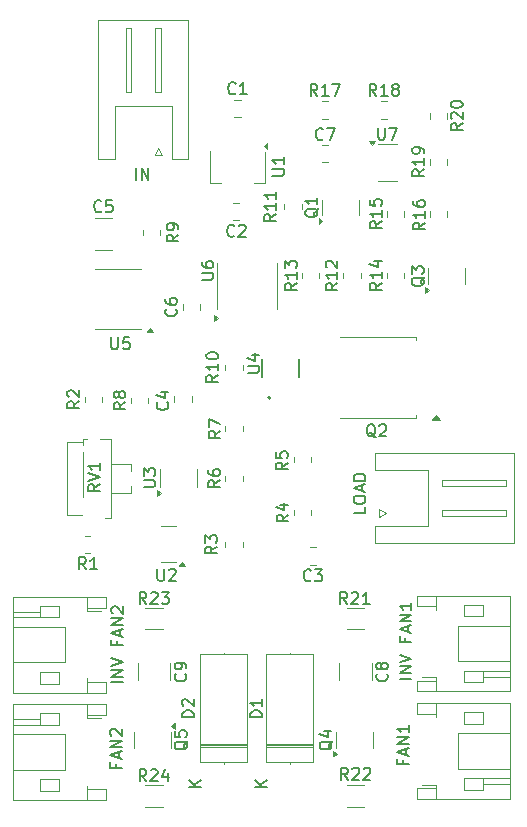
<source format=gbr>
%TF.GenerationSoftware,KiCad,Pcbnew,9.0.0-rc1*%
%TF.CreationDate,2025-10-12T14:16:47+03:00*%
%TF.ProjectId,uvp,7576702e-6b69-4636-9164-5f7063625858,rev?*%
%TF.SameCoordinates,Original*%
%TF.FileFunction,Legend,Top*%
%TF.FilePolarity,Positive*%
%FSLAX46Y46*%
G04 Gerber Fmt 4.6, Leading zero omitted, Abs format (unit mm)*
G04 Created by KiCad (PCBNEW 9.0.0-rc1) date 2025-10-12 14:16:47*
%MOMM*%
%LPD*%
G01*
G04 APERTURE LIST*
%ADD10C,0.150000*%
%ADD11C,0.120000*%
%ADD12C,0.200000*%
%ADD13C,0.127000*%
G04 APERTURE END LIST*
D10*
X62704819Y-83990475D02*
X61704819Y-83990475D01*
X62704819Y-83514285D02*
X61704819Y-83514285D01*
X61704819Y-83514285D02*
X62704819Y-82942857D01*
X62704819Y-82942857D02*
X61704819Y-82942857D01*
X61704819Y-82609523D02*
X62704819Y-82276190D01*
X62704819Y-82276190D02*
X61704819Y-81942857D01*
X62181009Y-80514285D02*
X62181009Y-80847618D01*
X62704819Y-80847618D02*
X61704819Y-80847618D01*
X61704819Y-80847618D02*
X61704819Y-80371428D01*
X62419104Y-80038094D02*
X62419104Y-79561904D01*
X62704819Y-80133332D02*
X61704819Y-79799999D01*
X61704819Y-79799999D02*
X62704819Y-79466666D01*
X62704819Y-79133332D02*
X61704819Y-79133332D01*
X61704819Y-79133332D02*
X62704819Y-78561904D01*
X62704819Y-78561904D02*
X61704819Y-78561904D01*
X62704819Y-77561904D02*
X62704819Y-78133332D01*
X62704819Y-77847618D02*
X61704819Y-77847618D01*
X61704819Y-77847618D02*
X61847676Y-77942856D01*
X61847676Y-77942856D02*
X61942914Y-78038094D01*
X61942914Y-78038094D02*
X61990533Y-78133332D01*
X38304819Y-84290475D02*
X37304819Y-84290475D01*
X38304819Y-83814285D02*
X37304819Y-83814285D01*
X37304819Y-83814285D02*
X38304819Y-83242857D01*
X38304819Y-83242857D02*
X37304819Y-83242857D01*
X37304819Y-82909523D02*
X38304819Y-82576190D01*
X38304819Y-82576190D02*
X37304819Y-82242857D01*
X37781009Y-80814285D02*
X37781009Y-81147618D01*
X38304819Y-81147618D02*
X37304819Y-81147618D01*
X37304819Y-81147618D02*
X37304819Y-80671428D01*
X38019104Y-80338094D02*
X38019104Y-79861904D01*
X38304819Y-80433332D02*
X37304819Y-80099999D01*
X37304819Y-80099999D02*
X38304819Y-79766666D01*
X38304819Y-79433332D02*
X37304819Y-79433332D01*
X37304819Y-79433332D02*
X38304819Y-78861904D01*
X38304819Y-78861904D02*
X37304819Y-78861904D01*
X37400057Y-78433332D02*
X37352438Y-78385713D01*
X37352438Y-78385713D02*
X37304819Y-78290475D01*
X37304819Y-78290475D02*
X37304819Y-78052380D01*
X37304819Y-78052380D02*
X37352438Y-77957142D01*
X37352438Y-77957142D02*
X37400057Y-77909523D01*
X37400057Y-77909523D02*
X37495295Y-77861904D01*
X37495295Y-77861904D02*
X37590533Y-77861904D01*
X37590533Y-77861904D02*
X37733390Y-77909523D01*
X37733390Y-77909523D02*
X38304819Y-78480951D01*
X38304819Y-78480951D02*
X38304819Y-77861904D01*
X61981009Y-90885714D02*
X61981009Y-91219047D01*
X62504819Y-91219047D02*
X61504819Y-91219047D01*
X61504819Y-91219047D02*
X61504819Y-90742857D01*
X62219104Y-90409523D02*
X62219104Y-89933333D01*
X62504819Y-90504761D02*
X61504819Y-90171428D01*
X61504819Y-90171428D02*
X62504819Y-89838095D01*
X62504819Y-89504761D02*
X61504819Y-89504761D01*
X61504819Y-89504761D02*
X62504819Y-88933333D01*
X62504819Y-88933333D02*
X61504819Y-88933333D01*
X62504819Y-87933333D02*
X62504819Y-88504761D01*
X62504819Y-88219047D02*
X61504819Y-88219047D01*
X61504819Y-88219047D02*
X61647676Y-88314285D01*
X61647676Y-88314285D02*
X61742914Y-88409523D01*
X61742914Y-88409523D02*
X61790533Y-88504761D01*
X37681009Y-91185714D02*
X37681009Y-91519047D01*
X38204819Y-91519047D02*
X37204819Y-91519047D01*
X37204819Y-91519047D02*
X37204819Y-91042857D01*
X37919104Y-90709523D02*
X37919104Y-90233333D01*
X38204819Y-90804761D02*
X37204819Y-90471428D01*
X37204819Y-90471428D02*
X38204819Y-90138095D01*
X38204819Y-89804761D02*
X37204819Y-89804761D01*
X37204819Y-89804761D02*
X38204819Y-89233333D01*
X38204819Y-89233333D02*
X37204819Y-89233333D01*
X37300057Y-88804761D02*
X37252438Y-88757142D01*
X37252438Y-88757142D02*
X37204819Y-88661904D01*
X37204819Y-88661904D02*
X37204819Y-88423809D01*
X37204819Y-88423809D02*
X37252438Y-88328571D01*
X37252438Y-88328571D02*
X37300057Y-88280952D01*
X37300057Y-88280952D02*
X37395295Y-88233333D01*
X37395295Y-88233333D02*
X37490533Y-88233333D01*
X37490533Y-88233333D02*
X37633390Y-88280952D01*
X37633390Y-88280952D02*
X38204819Y-88852380D01*
X38204819Y-88852380D02*
X38204819Y-88233333D01*
X58804819Y-69442857D02*
X58804819Y-69919047D01*
X58804819Y-69919047D02*
X57804819Y-69919047D01*
X57804819Y-68919047D02*
X57804819Y-68728571D01*
X57804819Y-68728571D02*
X57852438Y-68633333D01*
X57852438Y-68633333D02*
X57947676Y-68538095D01*
X57947676Y-68538095D02*
X58138152Y-68490476D01*
X58138152Y-68490476D02*
X58471485Y-68490476D01*
X58471485Y-68490476D02*
X58661961Y-68538095D01*
X58661961Y-68538095D02*
X58757200Y-68633333D01*
X58757200Y-68633333D02*
X58804819Y-68728571D01*
X58804819Y-68728571D02*
X58804819Y-68919047D01*
X58804819Y-68919047D02*
X58757200Y-69014285D01*
X58757200Y-69014285D02*
X58661961Y-69109523D01*
X58661961Y-69109523D02*
X58471485Y-69157142D01*
X58471485Y-69157142D02*
X58138152Y-69157142D01*
X58138152Y-69157142D02*
X57947676Y-69109523D01*
X57947676Y-69109523D02*
X57852438Y-69014285D01*
X57852438Y-69014285D02*
X57804819Y-68919047D01*
X58519104Y-68109523D02*
X58519104Y-67633333D01*
X58804819Y-68204761D02*
X57804819Y-67871428D01*
X57804819Y-67871428D02*
X58804819Y-67538095D01*
X58804819Y-67204761D02*
X57804819Y-67204761D01*
X57804819Y-67204761D02*
X57804819Y-66966666D01*
X57804819Y-66966666D02*
X57852438Y-66823809D01*
X57852438Y-66823809D02*
X57947676Y-66728571D01*
X57947676Y-66728571D02*
X58042914Y-66680952D01*
X58042914Y-66680952D02*
X58233390Y-66633333D01*
X58233390Y-66633333D02*
X58376247Y-66633333D01*
X58376247Y-66633333D02*
X58566723Y-66680952D01*
X58566723Y-66680952D02*
X58661961Y-66728571D01*
X58661961Y-66728571D02*
X58757200Y-66823809D01*
X58757200Y-66823809D02*
X58804819Y-66966666D01*
X58804819Y-66966666D02*
X58804819Y-67204761D01*
X39376191Y-41754819D02*
X39376191Y-40754819D01*
X39852381Y-41754819D02*
X39852381Y-40754819D01*
X39852381Y-40754819D02*
X40423809Y-41754819D01*
X40423809Y-41754819D02*
X40423809Y-40754819D01*
X47708333Y-46464580D02*
X47660714Y-46512200D01*
X47660714Y-46512200D02*
X47517857Y-46559819D01*
X47517857Y-46559819D02*
X47422619Y-46559819D01*
X47422619Y-46559819D02*
X47279762Y-46512200D01*
X47279762Y-46512200D02*
X47184524Y-46416961D01*
X47184524Y-46416961D02*
X47136905Y-46321723D01*
X47136905Y-46321723D02*
X47089286Y-46131247D01*
X47089286Y-46131247D02*
X47089286Y-45988390D01*
X47089286Y-45988390D02*
X47136905Y-45797914D01*
X47136905Y-45797914D02*
X47184524Y-45702676D01*
X47184524Y-45702676D02*
X47279762Y-45607438D01*
X47279762Y-45607438D02*
X47422619Y-45559819D01*
X47422619Y-45559819D02*
X47517857Y-45559819D01*
X47517857Y-45559819D02*
X47660714Y-45607438D01*
X47660714Y-45607438D02*
X47708333Y-45655057D01*
X48089286Y-45655057D02*
X48136905Y-45607438D01*
X48136905Y-45607438D02*
X48232143Y-45559819D01*
X48232143Y-45559819D02*
X48470238Y-45559819D01*
X48470238Y-45559819D02*
X48565476Y-45607438D01*
X48565476Y-45607438D02*
X48613095Y-45655057D01*
X48613095Y-45655057D02*
X48660714Y-45750295D01*
X48660714Y-45750295D02*
X48660714Y-45845533D01*
X48660714Y-45845533D02*
X48613095Y-45988390D01*
X48613095Y-45988390D02*
X48041667Y-46559819D01*
X48041667Y-46559819D02*
X48660714Y-46559819D01*
X59732142Y-34629819D02*
X59398809Y-34153628D01*
X59160714Y-34629819D02*
X59160714Y-33629819D01*
X59160714Y-33629819D02*
X59541666Y-33629819D01*
X59541666Y-33629819D02*
X59636904Y-33677438D01*
X59636904Y-33677438D02*
X59684523Y-33725057D01*
X59684523Y-33725057D02*
X59732142Y-33820295D01*
X59732142Y-33820295D02*
X59732142Y-33963152D01*
X59732142Y-33963152D02*
X59684523Y-34058390D01*
X59684523Y-34058390D02*
X59636904Y-34106009D01*
X59636904Y-34106009D02*
X59541666Y-34153628D01*
X59541666Y-34153628D02*
X59160714Y-34153628D01*
X60684523Y-34629819D02*
X60113095Y-34629819D01*
X60398809Y-34629819D02*
X60398809Y-33629819D01*
X60398809Y-33629819D02*
X60303571Y-33772676D01*
X60303571Y-33772676D02*
X60208333Y-33867914D01*
X60208333Y-33867914D02*
X60113095Y-33915533D01*
X61255952Y-34058390D02*
X61160714Y-34010771D01*
X61160714Y-34010771D02*
X61113095Y-33963152D01*
X61113095Y-33963152D02*
X61065476Y-33867914D01*
X61065476Y-33867914D02*
X61065476Y-33820295D01*
X61065476Y-33820295D02*
X61113095Y-33725057D01*
X61113095Y-33725057D02*
X61160714Y-33677438D01*
X61160714Y-33677438D02*
X61255952Y-33629819D01*
X61255952Y-33629819D02*
X61446428Y-33629819D01*
X61446428Y-33629819D02*
X61541666Y-33677438D01*
X61541666Y-33677438D02*
X61589285Y-33725057D01*
X61589285Y-33725057D02*
X61636904Y-33820295D01*
X61636904Y-33820295D02*
X61636904Y-33867914D01*
X61636904Y-33867914D02*
X61589285Y-33963152D01*
X61589285Y-33963152D02*
X61541666Y-34010771D01*
X61541666Y-34010771D02*
X61446428Y-34058390D01*
X61446428Y-34058390D02*
X61255952Y-34058390D01*
X61255952Y-34058390D02*
X61160714Y-34106009D01*
X61160714Y-34106009D02*
X61113095Y-34153628D01*
X61113095Y-34153628D02*
X61065476Y-34248866D01*
X61065476Y-34248866D02*
X61065476Y-34439342D01*
X61065476Y-34439342D02*
X61113095Y-34534580D01*
X61113095Y-34534580D02*
X61160714Y-34582200D01*
X61160714Y-34582200D02*
X61255952Y-34629819D01*
X61255952Y-34629819D02*
X61446428Y-34629819D01*
X61446428Y-34629819D02*
X61541666Y-34582200D01*
X61541666Y-34582200D02*
X61589285Y-34534580D01*
X61589285Y-34534580D02*
X61636904Y-34439342D01*
X61636904Y-34439342D02*
X61636904Y-34248866D01*
X61636904Y-34248866D02*
X61589285Y-34153628D01*
X61589285Y-34153628D02*
X61541666Y-34106009D01*
X61541666Y-34106009D02*
X61446428Y-34058390D01*
X63829819Y-45367857D02*
X63353628Y-45701190D01*
X63829819Y-45939285D02*
X62829819Y-45939285D01*
X62829819Y-45939285D02*
X62829819Y-45558333D01*
X62829819Y-45558333D02*
X62877438Y-45463095D01*
X62877438Y-45463095D02*
X62925057Y-45415476D01*
X62925057Y-45415476D02*
X63020295Y-45367857D01*
X63020295Y-45367857D02*
X63163152Y-45367857D01*
X63163152Y-45367857D02*
X63258390Y-45415476D01*
X63258390Y-45415476D02*
X63306009Y-45463095D01*
X63306009Y-45463095D02*
X63353628Y-45558333D01*
X63353628Y-45558333D02*
X63353628Y-45939285D01*
X63829819Y-44415476D02*
X63829819Y-44986904D01*
X63829819Y-44701190D02*
X62829819Y-44701190D01*
X62829819Y-44701190D02*
X62972676Y-44796428D01*
X62972676Y-44796428D02*
X63067914Y-44891666D01*
X63067914Y-44891666D02*
X63115533Y-44986904D01*
X62829819Y-43558333D02*
X62829819Y-43748809D01*
X62829819Y-43748809D02*
X62877438Y-43844047D01*
X62877438Y-43844047D02*
X62925057Y-43891666D01*
X62925057Y-43891666D02*
X63067914Y-43986904D01*
X63067914Y-43986904D02*
X63258390Y-44034523D01*
X63258390Y-44034523D02*
X63639342Y-44034523D01*
X63639342Y-44034523D02*
X63734580Y-43986904D01*
X63734580Y-43986904D02*
X63782200Y-43939285D01*
X63782200Y-43939285D02*
X63829819Y-43844047D01*
X63829819Y-43844047D02*
X63829819Y-43653571D01*
X63829819Y-43653571D02*
X63782200Y-43558333D01*
X63782200Y-43558333D02*
X63734580Y-43510714D01*
X63734580Y-43510714D02*
X63639342Y-43463095D01*
X63639342Y-43463095D02*
X63401247Y-43463095D01*
X63401247Y-43463095D02*
X63306009Y-43510714D01*
X63306009Y-43510714D02*
X63258390Y-43558333D01*
X63258390Y-43558333D02*
X63210771Y-43653571D01*
X63210771Y-43653571D02*
X63210771Y-43844047D01*
X63210771Y-43844047D02*
X63258390Y-43939285D01*
X63258390Y-43939285D02*
X63306009Y-43986904D01*
X63306009Y-43986904D02*
X63401247Y-44034523D01*
X36445833Y-44384580D02*
X36398214Y-44432200D01*
X36398214Y-44432200D02*
X36255357Y-44479819D01*
X36255357Y-44479819D02*
X36160119Y-44479819D01*
X36160119Y-44479819D02*
X36017262Y-44432200D01*
X36017262Y-44432200D02*
X35922024Y-44336961D01*
X35922024Y-44336961D02*
X35874405Y-44241723D01*
X35874405Y-44241723D02*
X35826786Y-44051247D01*
X35826786Y-44051247D02*
X35826786Y-43908390D01*
X35826786Y-43908390D02*
X35874405Y-43717914D01*
X35874405Y-43717914D02*
X35922024Y-43622676D01*
X35922024Y-43622676D02*
X36017262Y-43527438D01*
X36017262Y-43527438D02*
X36160119Y-43479819D01*
X36160119Y-43479819D02*
X36255357Y-43479819D01*
X36255357Y-43479819D02*
X36398214Y-43527438D01*
X36398214Y-43527438D02*
X36445833Y-43575057D01*
X37350595Y-43479819D02*
X36874405Y-43479819D01*
X36874405Y-43479819D02*
X36826786Y-43956009D01*
X36826786Y-43956009D02*
X36874405Y-43908390D01*
X36874405Y-43908390D02*
X36969643Y-43860771D01*
X36969643Y-43860771D02*
X37207738Y-43860771D01*
X37207738Y-43860771D02*
X37302976Y-43908390D01*
X37302976Y-43908390D02*
X37350595Y-43956009D01*
X37350595Y-43956009D02*
X37398214Y-44051247D01*
X37398214Y-44051247D02*
X37398214Y-44289342D01*
X37398214Y-44289342D02*
X37350595Y-44384580D01*
X37350595Y-44384580D02*
X37302976Y-44432200D01*
X37302976Y-44432200D02*
X37207738Y-44479819D01*
X37207738Y-44479819D02*
X36969643Y-44479819D01*
X36969643Y-44479819D02*
X36874405Y-44432200D01*
X36874405Y-44432200D02*
X36826786Y-44384580D01*
X34579819Y-60491666D02*
X34103628Y-60824999D01*
X34579819Y-61063094D02*
X33579819Y-61063094D01*
X33579819Y-61063094D02*
X33579819Y-60682142D01*
X33579819Y-60682142D02*
X33627438Y-60586904D01*
X33627438Y-60586904D02*
X33675057Y-60539285D01*
X33675057Y-60539285D02*
X33770295Y-60491666D01*
X33770295Y-60491666D02*
X33913152Y-60491666D01*
X33913152Y-60491666D02*
X34008390Y-60539285D01*
X34008390Y-60539285D02*
X34056009Y-60586904D01*
X34056009Y-60586904D02*
X34103628Y-60682142D01*
X34103628Y-60682142D02*
X34103628Y-61063094D01*
X33675057Y-60110713D02*
X33627438Y-60063094D01*
X33627438Y-60063094D02*
X33579819Y-59967856D01*
X33579819Y-59967856D02*
X33579819Y-59729761D01*
X33579819Y-59729761D02*
X33627438Y-59634523D01*
X33627438Y-59634523D02*
X33675057Y-59586904D01*
X33675057Y-59586904D02*
X33770295Y-59539285D01*
X33770295Y-59539285D02*
X33865533Y-59539285D01*
X33865533Y-59539285D02*
X34008390Y-59586904D01*
X34008390Y-59586904D02*
X34579819Y-60158332D01*
X34579819Y-60158332D02*
X34579819Y-59539285D01*
X42754580Y-52691666D02*
X42802200Y-52739285D01*
X42802200Y-52739285D02*
X42849819Y-52882142D01*
X42849819Y-52882142D02*
X42849819Y-52977380D01*
X42849819Y-52977380D02*
X42802200Y-53120237D01*
X42802200Y-53120237D02*
X42706961Y-53215475D01*
X42706961Y-53215475D02*
X42611723Y-53263094D01*
X42611723Y-53263094D02*
X42421247Y-53310713D01*
X42421247Y-53310713D02*
X42278390Y-53310713D01*
X42278390Y-53310713D02*
X42087914Y-53263094D01*
X42087914Y-53263094D02*
X41992676Y-53215475D01*
X41992676Y-53215475D02*
X41897438Y-53120237D01*
X41897438Y-53120237D02*
X41849819Y-52977380D01*
X41849819Y-52977380D02*
X41849819Y-52882142D01*
X41849819Y-52882142D02*
X41897438Y-52739285D01*
X41897438Y-52739285D02*
X41945057Y-52691666D01*
X41849819Y-51834523D02*
X41849819Y-52024999D01*
X41849819Y-52024999D02*
X41897438Y-52120237D01*
X41897438Y-52120237D02*
X41945057Y-52167856D01*
X41945057Y-52167856D02*
X42087914Y-52263094D01*
X42087914Y-52263094D02*
X42278390Y-52310713D01*
X42278390Y-52310713D02*
X42659342Y-52310713D01*
X42659342Y-52310713D02*
X42754580Y-52263094D01*
X42754580Y-52263094D02*
X42802200Y-52215475D01*
X42802200Y-52215475D02*
X42849819Y-52120237D01*
X42849819Y-52120237D02*
X42849819Y-51929761D01*
X42849819Y-51929761D02*
X42802200Y-51834523D01*
X42802200Y-51834523D02*
X42754580Y-51786904D01*
X42754580Y-51786904D02*
X42659342Y-51739285D01*
X42659342Y-51739285D02*
X42421247Y-51739285D01*
X42421247Y-51739285D02*
X42326009Y-51786904D01*
X42326009Y-51786904D02*
X42278390Y-51834523D01*
X42278390Y-51834523D02*
X42230771Y-51929761D01*
X42230771Y-51929761D02*
X42230771Y-52120237D01*
X42230771Y-52120237D02*
X42278390Y-52215475D01*
X42278390Y-52215475D02*
X42326009Y-52263094D01*
X42326009Y-52263094D02*
X42421247Y-52310713D01*
X54195833Y-75639580D02*
X54148214Y-75687200D01*
X54148214Y-75687200D02*
X54005357Y-75734819D01*
X54005357Y-75734819D02*
X53910119Y-75734819D01*
X53910119Y-75734819D02*
X53767262Y-75687200D01*
X53767262Y-75687200D02*
X53672024Y-75591961D01*
X53672024Y-75591961D02*
X53624405Y-75496723D01*
X53624405Y-75496723D02*
X53576786Y-75306247D01*
X53576786Y-75306247D02*
X53576786Y-75163390D01*
X53576786Y-75163390D02*
X53624405Y-74972914D01*
X53624405Y-74972914D02*
X53672024Y-74877676D01*
X53672024Y-74877676D02*
X53767262Y-74782438D01*
X53767262Y-74782438D02*
X53910119Y-74734819D01*
X53910119Y-74734819D02*
X54005357Y-74734819D01*
X54005357Y-74734819D02*
X54148214Y-74782438D01*
X54148214Y-74782438D02*
X54195833Y-74830057D01*
X54529167Y-74734819D02*
X55148214Y-74734819D01*
X55148214Y-74734819D02*
X54814881Y-75115771D01*
X54814881Y-75115771D02*
X54957738Y-75115771D01*
X54957738Y-75115771D02*
X55052976Y-75163390D01*
X55052976Y-75163390D02*
X55100595Y-75211009D01*
X55100595Y-75211009D02*
X55148214Y-75306247D01*
X55148214Y-75306247D02*
X55148214Y-75544342D01*
X55148214Y-75544342D02*
X55100595Y-75639580D01*
X55100595Y-75639580D02*
X55052976Y-75687200D01*
X55052976Y-75687200D02*
X54957738Y-75734819D01*
X54957738Y-75734819D02*
X54672024Y-75734819D01*
X54672024Y-75734819D02*
X54576786Y-75687200D01*
X54576786Y-75687200D02*
X54529167Y-75639580D01*
X52229819Y-65691666D02*
X51753628Y-66024999D01*
X52229819Y-66263094D02*
X51229819Y-66263094D01*
X51229819Y-66263094D02*
X51229819Y-65882142D01*
X51229819Y-65882142D02*
X51277438Y-65786904D01*
X51277438Y-65786904D02*
X51325057Y-65739285D01*
X51325057Y-65739285D02*
X51420295Y-65691666D01*
X51420295Y-65691666D02*
X51563152Y-65691666D01*
X51563152Y-65691666D02*
X51658390Y-65739285D01*
X51658390Y-65739285D02*
X51706009Y-65786904D01*
X51706009Y-65786904D02*
X51753628Y-65882142D01*
X51753628Y-65882142D02*
X51753628Y-66263094D01*
X51229819Y-64786904D02*
X51229819Y-65263094D01*
X51229819Y-65263094D02*
X51706009Y-65310713D01*
X51706009Y-65310713D02*
X51658390Y-65263094D01*
X51658390Y-65263094D02*
X51610771Y-65167856D01*
X51610771Y-65167856D02*
X51610771Y-64929761D01*
X51610771Y-64929761D02*
X51658390Y-64834523D01*
X51658390Y-64834523D02*
X51706009Y-64786904D01*
X51706009Y-64786904D02*
X51801247Y-64739285D01*
X51801247Y-64739285D02*
X52039342Y-64739285D01*
X52039342Y-64739285D02*
X52134580Y-64786904D01*
X52134580Y-64786904D02*
X52182200Y-64834523D01*
X52182200Y-64834523D02*
X52229819Y-64929761D01*
X52229819Y-64929761D02*
X52229819Y-65167856D01*
X52229819Y-65167856D02*
X52182200Y-65263094D01*
X52182200Y-65263094D02*
X52134580Y-65310713D01*
X52982319Y-50492857D02*
X52506128Y-50826190D01*
X52982319Y-51064285D02*
X51982319Y-51064285D01*
X51982319Y-51064285D02*
X51982319Y-50683333D01*
X51982319Y-50683333D02*
X52029938Y-50588095D01*
X52029938Y-50588095D02*
X52077557Y-50540476D01*
X52077557Y-50540476D02*
X52172795Y-50492857D01*
X52172795Y-50492857D02*
X52315652Y-50492857D01*
X52315652Y-50492857D02*
X52410890Y-50540476D01*
X52410890Y-50540476D02*
X52458509Y-50588095D01*
X52458509Y-50588095D02*
X52506128Y-50683333D01*
X52506128Y-50683333D02*
X52506128Y-51064285D01*
X52982319Y-49540476D02*
X52982319Y-50111904D01*
X52982319Y-49826190D02*
X51982319Y-49826190D01*
X51982319Y-49826190D02*
X52125176Y-49921428D01*
X52125176Y-49921428D02*
X52220414Y-50016666D01*
X52220414Y-50016666D02*
X52268033Y-50111904D01*
X51982319Y-49207142D02*
X51982319Y-48588095D01*
X51982319Y-48588095D02*
X52363271Y-48921428D01*
X52363271Y-48921428D02*
X52363271Y-48778571D01*
X52363271Y-48778571D02*
X52410890Y-48683333D01*
X52410890Y-48683333D02*
X52458509Y-48635714D01*
X52458509Y-48635714D02*
X52553747Y-48588095D01*
X52553747Y-48588095D02*
X52791842Y-48588095D01*
X52791842Y-48588095D02*
X52887080Y-48635714D01*
X52887080Y-48635714D02*
X52934700Y-48683333D01*
X52934700Y-48683333D02*
X52982319Y-48778571D01*
X52982319Y-48778571D02*
X52982319Y-49064285D01*
X52982319Y-49064285D02*
X52934700Y-49159523D01*
X52934700Y-49159523D02*
X52887080Y-49207142D01*
X42967319Y-46391666D02*
X42491128Y-46724999D01*
X42967319Y-46963094D02*
X41967319Y-46963094D01*
X41967319Y-46963094D02*
X41967319Y-46582142D01*
X41967319Y-46582142D02*
X42014938Y-46486904D01*
X42014938Y-46486904D02*
X42062557Y-46439285D01*
X42062557Y-46439285D02*
X42157795Y-46391666D01*
X42157795Y-46391666D02*
X42300652Y-46391666D01*
X42300652Y-46391666D02*
X42395890Y-46439285D01*
X42395890Y-46439285D02*
X42443509Y-46486904D01*
X42443509Y-46486904D02*
X42491128Y-46582142D01*
X42491128Y-46582142D02*
X42491128Y-46963094D01*
X42967319Y-45915475D02*
X42967319Y-45724999D01*
X42967319Y-45724999D02*
X42919700Y-45629761D01*
X42919700Y-45629761D02*
X42872080Y-45582142D01*
X42872080Y-45582142D02*
X42729223Y-45486904D01*
X42729223Y-45486904D02*
X42538747Y-45439285D01*
X42538747Y-45439285D02*
X42157795Y-45439285D01*
X42157795Y-45439285D02*
X42062557Y-45486904D01*
X42062557Y-45486904D02*
X42014938Y-45534523D01*
X42014938Y-45534523D02*
X41967319Y-45629761D01*
X41967319Y-45629761D02*
X41967319Y-45820237D01*
X41967319Y-45820237D02*
X42014938Y-45915475D01*
X42014938Y-45915475D02*
X42062557Y-45963094D01*
X42062557Y-45963094D02*
X42157795Y-46010713D01*
X42157795Y-46010713D02*
X42395890Y-46010713D01*
X42395890Y-46010713D02*
X42491128Y-45963094D01*
X42491128Y-45963094D02*
X42538747Y-45915475D01*
X42538747Y-45915475D02*
X42586366Y-45820237D01*
X42586366Y-45820237D02*
X42586366Y-45629761D01*
X42586366Y-45629761D02*
X42538747Y-45534523D01*
X42538747Y-45534523D02*
X42491128Y-45486904D01*
X42491128Y-45486904D02*
X42395890Y-45439285D01*
X52279819Y-70091666D02*
X51803628Y-70424999D01*
X52279819Y-70663094D02*
X51279819Y-70663094D01*
X51279819Y-70663094D02*
X51279819Y-70282142D01*
X51279819Y-70282142D02*
X51327438Y-70186904D01*
X51327438Y-70186904D02*
X51375057Y-70139285D01*
X51375057Y-70139285D02*
X51470295Y-70091666D01*
X51470295Y-70091666D02*
X51613152Y-70091666D01*
X51613152Y-70091666D02*
X51708390Y-70139285D01*
X51708390Y-70139285D02*
X51756009Y-70186904D01*
X51756009Y-70186904D02*
X51803628Y-70282142D01*
X51803628Y-70282142D02*
X51803628Y-70663094D01*
X51613152Y-69234523D02*
X52279819Y-69234523D01*
X51232200Y-69472618D02*
X51946485Y-69710713D01*
X51946485Y-69710713D02*
X51946485Y-69091666D01*
X40029819Y-67749404D02*
X40839342Y-67749404D01*
X40839342Y-67749404D02*
X40934580Y-67701785D01*
X40934580Y-67701785D02*
X40982200Y-67654166D01*
X40982200Y-67654166D02*
X41029819Y-67558928D01*
X41029819Y-67558928D02*
X41029819Y-67368452D01*
X41029819Y-67368452D02*
X40982200Y-67273214D01*
X40982200Y-67273214D02*
X40934580Y-67225595D01*
X40934580Y-67225595D02*
X40839342Y-67177976D01*
X40839342Y-67177976D02*
X40029819Y-67177976D01*
X40029819Y-66797023D02*
X40029819Y-66177976D01*
X40029819Y-66177976D02*
X40410771Y-66511309D01*
X40410771Y-66511309D02*
X40410771Y-66368452D01*
X40410771Y-66368452D02*
X40458390Y-66273214D01*
X40458390Y-66273214D02*
X40506009Y-66225595D01*
X40506009Y-66225595D02*
X40601247Y-66177976D01*
X40601247Y-66177976D02*
X40839342Y-66177976D01*
X40839342Y-66177976D02*
X40934580Y-66225595D01*
X40934580Y-66225595D02*
X40982200Y-66273214D01*
X40982200Y-66273214D02*
X41029819Y-66368452D01*
X41029819Y-66368452D02*
X41029819Y-66654166D01*
X41029819Y-66654166D02*
X40982200Y-66749404D01*
X40982200Y-66749404D02*
X40934580Y-66797023D01*
X59664761Y-63550057D02*
X59569523Y-63502438D01*
X59569523Y-63502438D02*
X59474285Y-63407200D01*
X59474285Y-63407200D02*
X59331428Y-63264342D01*
X59331428Y-63264342D02*
X59236190Y-63216723D01*
X59236190Y-63216723D02*
X59140952Y-63216723D01*
X59188571Y-63454819D02*
X59093333Y-63407200D01*
X59093333Y-63407200D02*
X58998095Y-63311961D01*
X58998095Y-63311961D02*
X58950476Y-63121485D01*
X58950476Y-63121485D02*
X58950476Y-62788152D01*
X58950476Y-62788152D02*
X58998095Y-62597676D01*
X58998095Y-62597676D02*
X59093333Y-62502438D01*
X59093333Y-62502438D02*
X59188571Y-62454819D01*
X59188571Y-62454819D02*
X59379047Y-62454819D01*
X59379047Y-62454819D02*
X59474285Y-62502438D01*
X59474285Y-62502438D02*
X59569523Y-62597676D01*
X59569523Y-62597676D02*
X59617142Y-62788152D01*
X59617142Y-62788152D02*
X59617142Y-63121485D01*
X59617142Y-63121485D02*
X59569523Y-63311961D01*
X59569523Y-63311961D02*
X59474285Y-63407200D01*
X59474285Y-63407200D02*
X59379047Y-63454819D01*
X59379047Y-63454819D02*
X59188571Y-63454819D01*
X59998095Y-62550057D02*
X60045714Y-62502438D01*
X60045714Y-62502438D02*
X60140952Y-62454819D01*
X60140952Y-62454819D02*
X60379047Y-62454819D01*
X60379047Y-62454819D02*
X60474285Y-62502438D01*
X60474285Y-62502438D02*
X60521904Y-62550057D01*
X60521904Y-62550057D02*
X60569523Y-62645295D01*
X60569523Y-62645295D02*
X60569523Y-62740533D01*
X60569523Y-62740533D02*
X60521904Y-62883390D01*
X60521904Y-62883390D02*
X59950476Y-63454819D01*
X59950476Y-63454819D02*
X60569523Y-63454819D01*
X60179819Y-45267857D02*
X59703628Y-45601190D01*
X60179819Y-45839285D02*
X59179819Y-45839285D01*
X59179819Y-45839285D02*
X59179819Y-45458333D01*
X59179819Y-45458333D02*
X59227438Y-45363095D01*
X59227438Y-45363095D02*
X59275057Y-45315476D01*
X59275057Y-45315476D02*
X59370295Y-45267857D01*
X59370295Y-45267857D02*
X59513152Y-45267857D01*
X59513152Y-45267857D02*
X59608390Y-45315476D01*
X59608390Y-45315476D02*
X59656009Y-45363095D01*
X59656009Y-45363095D02*
X59703628Y-45458333D01*
X59703628Y-45458333D02*
X59703628Y-45839285D01*
X60179819Y-44315476D02*
X60179819Y-44886904D01*
X60179819Y-44601190D02*
X59179819Y-44601190D01*
X59179819Y-44601190D02*
X59322676Y-44696428D01*
X59322676Y-44696428D02*
X59417914Y-44791666D01*
X59417914Y-44791666D02*
X59465533Y-44886904D01*
X59179819Y-43410714D02*
X59179819Y-43886904D01*
X59179819Y-43886904D02*
X59656009Y-43934523D01*
X59656009Y-43934523D02*
X59608390Y-43886904D01*
X59608390Y-43886904D02*
X59560771Y-43791666D01*
X59560771Y-43791666D02*
X59560771Y-43553571D01*
X59560771Y-43553571D02*
X59608390Y-43458333D01*
X59608390Y-43458333D02*
X59656009Y-43410714D01*
X59656009Y-43410714D02*
X59751247Y-43363095D01*
X59751247Y-43363095D02*
X59989342Y-43363095D01*
X59989342Y-43363095D02*
X60084580Y-43410714D01*
X60084580Y-43410714D02*
X60132200Y-43458333D01*
X60132200Y-43458333D02*
X60179819Y-43553571D01*
X60179819Y-43553571D02*
X60179819Y-43791666D01*
X60179819Y-43791666D02*
X60132200Y-43886904D01*
X60132200Y-43886904D02*
X60084580Y-43934523D01*
X56432319Y-50492857D02*
X55956128Y-50826190D01*
X56432319Y-51064285D02*
X55432319Y-51064285D01*
X55432319Y-51064285D02*
X55432319Y-50683333D01*
X55432319Y-50683333D02*
X55479938Y-50588095D01*
X55479938Y-50588095D02*
X55527557Y-50540476D01*
X55527557Y-50540476D02*
X55622795Y-50492857D01*
X55622795Y-50492857D02*
X55765652Y-50492857D01*
X55765652Y-50492857D02*
X55860890Y-50540476D01*
X55860890Y-50540476D02*
X55908509Y-50588095D01*
X55908509Y-50588095D02*
X55956128Y-50683333D01*
X55956128Y-50683333D02*
X55956128Y-51064285D01*
X56432319Y-49540476D02*
X56432319Y-50111904D01*
X56432319Y-49826190D02*
X55432319Y-49826190D01*
X55432319Y-49826190D02*
X55575176Y-49921428D01*
X55575176Y-49921428D02*
X55670414Y-50016666D01*
X55670414Y-50016666D02*
X55718033Y-50111904D01*
X55527557Y-49159523D02*
X55479938Y-49111904D01*
X55479938Y-49111904D02*
X55432319Y-49016666D01*
X55432319Y-49016666D02*
X55432319Y-48778571D01*
X55432319Y-48778571D02*
X55479938Y-48683333D01*
X55479938Y-48683333D02*
X55527557Y-48635714D01*
X55527557Y-48635714D02*
X55622795Y-48588095D01*
X55622795Y-48588095D02*
X55718033Y-48588095D01*
X55718033Y-48588095D02*
X55860890Y-48635714D01*
X55860890Y-48635714D02*
X56432319Y-49207142D01*
X56432319Y-49207142D02*
X56432319Y-48588095D01*
X38479819Y-60591666D02*
X38003628Y-60924999D01*
X38479819Y-61163094D02*
X37479819Y-61163094D01*
X37479819Y-61163094D02*
X37479819Y-60782142D01*
X37479819Y-60782142D02*
X37527438Y-60686904D01*
X37527438Y-60686904D02*
X37575057Y-60639285D01*
X37575057Y-60639285D02*
X37670295Y-60591666D01*
X37670295Y-60591666D02*
X37813152Y-60591666D01*
X37813152Y-60591666D02*
X37908390Y-60639285D01*
X37908390Y-60639285D02*
X37956009Y-60686904D01*
X37956009Y-60686904D02*
X38003628Y-60782142D01*
X38003628Y-60782142D02*
X38003628Y-61163094D01*
X37908390Y-60020237D02*
X37860771Y-60115475D01*
X37860771Y-60115475D02*
X37813152Y-60163094D01*
X37813152Y-60163094D02*
X37717914Y-60210713D01*
X37717914Y-60210713D02*
X37670295Y-60210713D01*
X37670295Y-60210713D02*
X37575057Y-60163094D01*
X37575057Y-60163094D02*
X37527438Y-60115475D01*
X37527438Y-60115475D02*
X37479819Y-60020237D01*
X37479819Y-60020237D02*
X37479819Y-59829761D01*
X37479819Y-59829761D02*
X37527438Y-59734523D01*
X37527438Y-59734523D02*
X37575057Y-59686904D01*
X37575057Y-59686904D02*
X37670295Y-59639285D01*
X37670295Y-59639285D02*
X37717914Y-59639285D01*
X37717914Y-59639285D02*
X37813152Y-59686904D01*
X37813152Y-59686904D02*
X37860771Y-59734523D01*
X37860771Y-59734523D02*
X37908390Y-59829761D01*
X37908390Y-59829761D02*
X37908390Y-60020237D01*
X37908390Y-60020237D02*
X37956009Y-60115475D01*
X37956009Y-60115475D02*
X38003628Y-60163094D01*
X38003628Y-60163094D02*
X38098866Y-60210713D01*
X38098866Y-60210713D02*
X38289342Y-60210713D01*
X38289342Y-60210713D02*
X38384580Y-60163094D01*
X38384580Y-60163094D02*
X38432200Y-60115475D01*
X38432200Y-60115475D02*
X38479819Y-60020237D01*
X38479819Y-60020237D02*
X38479819Y-59829761D01*
X38479819Y-59829761D02*
X38432200Y-59734523D01*
X38432200Y-59734523D02*
X38384580Y-59686904D01*
X38384580Y-59686904D02*
X38289342Y-59639285D01*
X38289342Y-59639285D02*
X38098866Y-59639285D01*
X38098866Y-59639285D02*
X38003628Y-59686904D01*
X38003628Y-59686904D02*
X37956009Y-59734523D01*
X37956009Y-59734523D02*
X37908390Y-59829761D01*
X60182319Y-50467857D02*
X59706128Y-50801190D01*
X60182319Y-51039285D02*
X59182319Y-51039285D01*
X59182319Y-51039285D02*
X59182319Y-50658333D01*
X59182319Y-50658333D02*
X59229938Y-50563095D01*
X59229938Y-50563095D02*
X59277557Y-50515476D01*
X59277557Y-50515476D02*
X59372795Y-50467857D01*
X59372795Y-50467857D02*
X59515652Y-50467857D01*
X59515652Y-50467857D02*
X59610890Y-50515476D01*
X59610890Y-50515476D02*
X59658509Y-50563095D01*
X59658509Y-50563095D02*
X59706128Y-50658333D01*
X59706128Y-50658333D02*
X59706128Y-51039285D01*
X60182319Y-49515476D02*
X60182319Y-50086904D01*
X60182319Y-49801190D02*
X59182319Y-49801190D01*
X59182319Y-49801190D02*
X59325176Y-49896428D01*
X59325176Y-49896428D02*
X59420414Y-49991666D01*
X59420414Y-49991666D02*
X59468033Y-50086904D01*
X59515652Y-48658333D02*
X60182319Y-48658333D01*
X59134700Y-48896428D02*
X59848985Y-49134523D01*
X59848985Y-49134523D02*
X59848985Y-48515476D01*
X55208333Y-38284580D02*
X55160714Y-38332200D01*
X55160714Y-38332200D02*
X55017857Y-38379819D01*
X55017857Y-38379819D02*
X54922619Y-38379819D01*
X54922619Y-38379819D02*
X54779762Y-38332200D01*
X54779762Y-38332200D02*
X54684524Y-38236961D01*
X54684524Y-38236961D02*
X54636905Y-38141723D01*
X54636905Y-38141723D02*
X54589286Y-37951247D01*
X54589286Y-37951247D02*
X54589286Y-37808390D01*
X54589286Y-37808390D02*
X54636905Y-37617914D01*
X54636905Y-37617914D02*
X54684524Y-37522676D01*
X54684524Y-37522676D02*
X54779762Y-37427438D01*
X54779762Y-37427438D02*
X54922619Y-37379819D01*
X54922619Y-37379819D02*
X55017857Y-37379819D01*
X55017857Y-37379819D02*
X55160714Y-37427438D01*
X55160714Y-37427438D02*
X55208333Y-37475057D01*
X55541667Y-37379819D02*
X56208333Y-37379819D01*
X56208333Y-37379819D02*
X55779762Y-38379819D01*
X46479819Y-67191666D02*
X46003628Y-67524999D01*
X46479819Y-67763094D02*
X45479819Y-67763094D01*
X45479819Y-67763094D02*
X45479819Y-67382142D01*
X45479819Y-67382142D02*
X45527438Y-67286904D01*
X45527438Y-67286904D02*
X45575057Y-67239285D01*
X45575057Y-67239285D02*
X45670295Y-67191666D01*
X45670295Y-67191666D02*
X45813152Y-67191666D01*
X45813152Y-67191666D02*
X45908390Y-67239285D01*
X45908390Y-67239285D02*
X45956009Y-67286904D01*
X45956009Y-67286904D02*
X46003628Y-67382142D01*
X46003628Y-67382142D02*
X46003628Y-67763094D01*
X45479819Y-66334523D02*
X45479819Y-66524999D01*
X45479819Y-66524999D02*
X45527438Y-66620237D01*
X45527438Y-66620237D02*
X45575057Y-66667856D01*
X45575057Y-66667856D02*
X45717914Y-66763094D01*
X45717914Y-66763094D02*
X45908390Y-66810713D01*
X45908390Y-66810713D02*
X46289342Y-66810713D01*
X46289342Y-66810713D02*
X46384580Y-66763094D01*
X46384580Y-66763094D02*
X46432200Y-66715475D01*
X46432200Y-66715475D02*
X46479819Y-66620237D01*
X46479819Y-66620237D02*
X46479819Y-66429761D01*
X46479819Y-66429761D02*
X46432200Y-66334523D01*
X46432200Y-66334523D02*
X46384580Y-66286904D01*
X46384580Y-66286904D02*
X46289342Y-66239285D01*
X46289342Y-66239285D02*
X46051247Y-66239285D01*
X46051247Y-66239285D02*
X45956009Y-66286904D01*
X45956009Y-66286904D02*
X45908390Y-66334523D01*
X45908390Y-66334523D02*
X45860771Y-66429761D01*
X45860771Y-66429761D02*
X45860771Y-66620237D01*
X45860771Y-66620237D02*
X45908390Y-66715475D01*
X45908390Y-66715475D02*
X45956009Y-66763094D01*
X45956009Y-66763094D02*
X46051247Y-66810713D01*
X44929819Y-50186904D02*
X45739342Y-50186904D01*
X45739342Y-50186904D02*
X45834580Y-50139285D01*
X45834580Y-50139285D02*
X45882200Y-50091666D01*
X45882200Y-50091666D02*
X45929819Y-49996428D01*
X45929819Y-49996428D02*
X45929819Y-49805952D01*
X45929819Y-49805952D02*
X45882200Y-49710714D01*
X45882200Y-49710714D02*
X45834580Y-49663095D01*
X45834580Y-49663095D02*
X45739342Y-49615476D01*
X45739342Y-49615476D02*
X44929819Y-49615476D01*
X44929819Y-48710714D02*
X44929819Y-48901190D01*
X44929819Y-48901190D02*
X44977438Y-48996428D01*
X44977438Y-48996428D02*
X45025057Y-49044047D01*
X45025057Y-49044047D02*
X45167914Y-49139285D01*
X45167914Y-49139285D02*
X45358390Y-49186904D01*
X45358390Y-49186904D02*
X45739342Y-49186904D01*
X45739342Y-49186904D02*
X45834580Y-49139285D01*
X45834580Y-49139285D02*
X45882200Y-49091666D01*
X45882200Y-49091666D02*
X45929819Y-48996428D01*
X45929819Y-48996428D02*
X45929819Y-48805952D01*
X45929819Y-48805952D02*
X45882200Y-48710714D01*
X45882200Y-48710714D02*
X45834580Y-48663095D01*
X45834580Y-48663095D02*
X45739342Y-48615476D01*
X45739342Y-48615476D02*
X45501247Y-48615476D01*
X45501247Y-48615476D02*
X45406009Y-48663095D01*
X45406009Y-48663095D02*
X45358390Y-48710714D01*
X45358390Y-48710714D02*
X45310771Y-48805952D01*
X45310771Y-48805952D02*
X45310771Y-48996428D01*
X45310771Y-48996428D02*
X45358390Y-49091666D01*
X45358390Y-49091666D02*
X45406009Y-49139285D01*
X45406009Y-49139285D02*
X45501247Y-49186904D01*
X35133333Y-74704819D02*
X34800000Y-74228628D01*
X34561905Y-74704819D02*
X34561905Y-73704819D01*
X34561905Y-73704819D02*
X34942857Y-73704819D01*
X34942857Y-73704819D02*
X35038095Y-73752438D01*
X35038095Y-73752438D02*
X35085714Y-73800057D01*
X35085714Y-73800057D02*
X35133333Y-73895295D01*
X35133333Y-73895295D02*
X35133333Y-74038152D01*
X35133333Y-74038152D02*
X35085714Y-74133390D01*
X35085714Y-74133390D02*
X35038095Y-74181009D01*
X35038095Y-74181009D02*
X34942857Y-74228628D01*
X34942857Y-74228628D02*
X34561905Y-74228628D01*
X36085714Y-74704819D02*
X35514286Y-74704819D01*
X35800000Y-74704819D02*
X35800000Y-73704819D01*
X35800000Y-73704819D02*
X35704762Y-73847676D01*
X35704762Y-73847676D02*
X35609524Y-73942914D01*
X35609524Y-73942914D02*
X35514286Y-73990533D01*
X67029819Y-36967857D02*
X66553628Y-37301190D01*
X67029819Y-37539285D02*
X66029819Y-37539285D01*
X66029819Y-37539285D02*
X66029819Y-37158333D01*
X66029819Y-37158333D02*
X66077438Y-37063095D01*
X66077438Y-37063095D02*
X66125057Y-37015476D01*
X66125057Y-37015476D02*
X66220295Y-36967857D01*
X66220295Y-36967857D02*
X66363152Y-36967857D01*
X66363152Y-36967857D02*
X66458390Y-37015476D01*
X66458390Y-37015476D02*
X66506009Y-37063095D01*
X66506009Y-37063095D02*
X66553628Y-37158333D01*
X66553628Y-37158333D02*
X66553628Y-37539285D01*
X66125057Y-36586904D02*
X66077438Y-36539285D01*
X66077438Y-36539285D02*
X66029819Y-36444047D01*
X66029819Y-36444047D02*
X66029819Y-36205952D01*
X66029819Y-36205952D02*
X66077438Y-36110714D01*
X66077438Y-36110714D02*
X66125057Y-36063095D01*
X66125057Y-36063095D02*
X66220295Y-36015476D01*
X66220295Y-36015476D02*
X66315533Y-36015476D01*
X66315533Y-36015476D02*
X66458390Y-36063095D01*
X66458390Y-36063095D02*
X67029819Y-36634523D01*
X67029819Y-36634523D02*
X67029819Y-36015476D01*
X66029819Y-35396428D02*
X66029819Y-35301190D01*
X66029819Y-35301190D02*
X66077438Y-35205952D01*
X66077438Y-35205952D02*
X66125057Y-35158333D01*
X66125057Y-35158333D02*
X66220295Y-35110714D01*
X66220295Y-35110714D02*
X66410771Y-35063095D01*
X66410771Y-35063095D02*
X66648866Y-35063095D01*
X66648866Y-35063095D02*
X66839342Y-35110714D01*
X66839342Y-35110714D02*
X66934580Y-35158333D01*
X66934580Y-35158333D02*
X66982200Y-35205952D01*
X66982200Y-35205952D02*
X67029819Y-35301190D01*
X67029819Y-35301190D02*
X67029819Y-35396428D01*
X67029819Y-35396428D02*
X66982200Y-35491666D01*
X66982200Y-35491666D02*
X66934580Y-35539285D01*
X66934580Y-35539285D02*
X66839342Y-35586904D01*
X66839342Y-35586904D02*
X66648866Y-35634523D01*
X66648866Y-35634523D02*
X66410771Y-35634523D01*
X66410771Y-35634523D02*
X66220295Y-35586904D01*
X66220295Y-35586904D02*
X66125057Y-35539285D01*
X66125057Y-35539285D02*
X66077438Y-35491666D01*
X66077438Y-35491666D02*
X66029819Y-35396428D01*
X46229819Y-72791666D02*
X45753628Y-73124999D01*
X46229819Y-73363094D02*
X45229819Y-73363094D01*
X45229819Y-73363094D02*
X45229819Y-72982142D01*
X45229819Y-72982142D02*
X45277438Y-72886904D01*
X45277438Y-72886904D02*
X45325057Y-72839285D01*
X45325057Y-72839285D02*
X45420295Y-72791666D01*
X45420295Y-72791666D02*
X45563152Y-72791666D01*
X45563152Y-72791666D02*
X45658390Y-72839285D01*
X45658390Y-72839285D02*
X45706009Y-72886904D01*
X45706009Y-72886904D02*
X45753628Y-72982142D01*
X45753628Y-72982142D02*
X45753628Y-73363094D01*
X45229819Y-72458332D02*
X45229819Y-71839285D01*
X45229819Y-71839285D02*
X45610771Y-72172618D01*
X45610771Y-72172618D02*
X45610771Y-72029761D01*
X45610771Y-72029761D02*
X45658390Y-71934523D01*
X45658390Y-71934523D02*
X45706009Y-71886904D01*
X45706009Y-71886904D02*
X45801247Y-71839285D01*
X45801247Y-71839285D02*
X46039342Y-71839285D01*
X46039342Y-71839285D02*
X46134580Y-71886904D01*
X46134580Y-71886904D02*
X46182200Y-71934523D01*
X46182200Y-71934523D02*
X46229819Y-72029761D01*
X46229819Y-72029761D02*
X46229819Y-72315475D01*
X46229819Y-72315475D02*
X46182200Y-72410713D01*
X46182200Y-72410713D02*
X46134580Y-72458332D01*
X46529819Y-62991666D02*
X46053628Y-63324999D01*
X46529819Y-63563094D02*
X45529819Y-63563094D01*
X45529819Y-63563094D02*
X45529819Y-63182142D01*
X45529819Y-63182142D02*
X45577438Y-63086904D01*
X45577438Y-63086904D02*
X45625057Y-63039285D01*
X45625057Y-63039285D02*
X45720295Y-62991666D01*
X45720295Y-62991666D02*
X45863152Y-62991666D01*
X45863152Y-62991666D02*
X45958390Y-63039285D01*
X45958390Y-63039285D02*
X46006009Y-63086904D01*
X46006009Y-63086904D02*
X46053628Y-63182142D01*
X46053628Y-63182142D02*
X46053628Y-63563094D01*
X45529819Y-62658332D02*
X45529819Y-61991666D01*
X45529819Y-61991666D02*
X46529819Y-62420237D01*
X37288095Y-55084819D02*
X37288095Y-55894342D01*
X37288095Y-55894342D02*
X37335714Y-55989580D01*
X37335714Y-55989580D02*
X37383333Y-56037200D01*
X37383333Y-56037200D02*
X37478571Y-56084819D01*
X37478571Y-56084819D02*
X37669047Y-56084819D01*
X37669047Y-56084819D02*
X37764285Y-56037200D01*
X37764285Y-56037200D02*
X37811904Y-55989580D01*
X37811904Y-55989580D02*
X37859523Y-55894342D01*
X37859523Y-55894342D02*
X37859523Y-55084819D01*
X38811904Y-55084819D02*
X38335714Y-55084819D01*
X38335714Y-55084819D02*
X38288095Y-55561009D01*
X38288095Y-55561009D02*
X38335714Y-55513390D01*
X38335714Y-55513390D02*
X38430952Y-55465771D01*
X38430952Y-55465771D02*
X38669047Y-55465771D01*
X38669047Y-55465771D02*
X38764285Y-55513390D01*
X38764285Y-55513390D02*
X38811904Y-55561009D01*
X38811904Y-55561009D02*
X38859523Y-55656247D01*
X38859523Y-55656247D02*
X38859523Y-55894342D01*
X38859523Y-55894342D02*
X38811904Y-55989580D01*
X38811904Y-55989580D02*
X38764285Y-56037200D01*
X38764285Y-56037200D02*
X38669047Y-56084819D01*
X38669047Y-56084819D02*
X38430952Y-56084819D01*
X38430952Y-56084819D02*
X38335714Y-56037200D01*
X38335714Y-56037200D02*
X38288095Y-55989580D01*
X63779819Y-40867857D02*
X63303628Y-41201190D01*
X63779819Y-41439285D02*
X62779819Y-41439285D01*
X62779819Y-41439285D02*
X62779819Y-41058333D01*
X62779819Y-41058333D02*
X62827438Y-40963095D01*
X62827438Y-40963095D02*
X62875057Y-40915476D01*
X62875057Y-40915476D02*
X62970295Y-40867857D01*
X62970295Y-40867857D02*
X63113152Y-40867857D01*
X63113152Y-40867857D02*
X63208390Y-40915476D01*
X63208390Y-40915476D02*
X63256009Y-40963095D01*
X63256009Y-40963095D02*
X63303628Y-41058333D01*
X63303628Y-41058333D02*
X63303628Y-41439285D01*
X63779819Y-39915476D02*
X63779819Y-40486904D01*
X63779819Y-40201190D02*
X62779819Y-40201190D01*
X62779819Y-40201190D02*
X62922676Y-40296428D01*
X62922676Y-40296428D02*
X63017914Y-40391666D01*
X63017914Y-40391666D02*
X63065533Y-40486904D01*
X63779819Y-39439285D02*
X63779819Y-39248809D01*
X63779819Y-39248809D02*
X63732200Y-39153571D01*
X63732200Y-39153571D02*
X63684580Y-39105952D01*
X63684580Y-39105952D02*
X63541723Y-39010714D01*
X63541723Y-39010714D02*
X63351247Y-38963095D01*
X63351247Y-38963095D02*
X62970295Y-38963095D01*
X62970295Y-38963095D02*
X62875057Y-39010714D01*
X62875057Y-39010714D02*
X62827438Y-39058333D01*
X62827438Y-39058333D02*
X62779819Y-39153571D01*
X62779819Y-39153571D02*
X62779819Y-39344047D01*
X62779819Y-39344047D02*
X62827438Y-39439285D01*
X62827438Y-39439285D02*
X62875057Y-39486904D01*
X62875057Y-39486904D02*
X62970295Y-39534523D01*
X62970295Y-39534523D02*
X63208390Y-39534523D01*
X63208390Y-39534523D02*
X63303628Y-39486904D01*
X63303628Y-39486904D02*
X63351247Y-39439285D01*
X63351247Y-39439285D02*
X63398866Y-39344047D01*
X63398866Y-39344047D02*
X63398866Y-39153571D01*
X63398866Y-39153571D02*
X63351247Y-39058333D01*
X63351247Y-39058333D02*
X63303628Y-39010714D01*
X63303628Y-39010714D02*
X63208390Y-38963095D01*
X54825057Y-44157738D02*
X54777438Y-44252976D01*
X54777438Y-44252976D02*
X54682200Y-44348214D01*
X54682200Y-44348214D02*
X54539342Y-44491071D01*
X54539342Y-44491071D02*
X54491723Y-44586309D01*
X54491723Y-44586309D02*
X54491723Y-44681547D01*
X54729819Y-44633928D02*
X54682200Y-44729166D01*
X54682200Y-44729166D02*
X54586961Y-44824404D01*
X54586961Y-44824404D02*
X54396485Y-44872023D01*
X54396485Y-44872023D02*
X54063152Y-44872023D01*
X54063152Y-44872023D02*
X53872676Y-44824404D01*
X53872676Y-44824404D02*
X53777438Y-44729166D01*
X53777438Y-44729166D02*
X53729819Y-44633928D01*
X53729819Y-44633928D02*
X53729819Y-44443452D01*
X53729819Y-44443452D02*
X53777438Y-44348214D01*
X53777438Y-44348214D02*
X53872676Y-44252976D01*
X53872676Y-44252976D02*
X54063152Y-44205357D01*
X54063152Y-44205357D02*
X54396485Y-44205357D01*
X54396485Y-44205357D02*
X54586961Y-44252976D01*
X54586961Y-44252976D02*
X54682200Y-44348214D01*
X54682200Y-44348214D02*
X54729819Y-44443452D01*
X54729819Y-44443452D02*
X54729819Y-44633928D01*
X54729819Y-43252976D02*
X54729819Y-43824404D01*
X54729819Y-43538690D02*
X53729819Y-43538690D01*
X53729819Y-43538690D02*
X53872676Y-43633928D01*
X53872676Y-43633928D02*
X53967914Y-43729166D01*
X53967914Y-43729166D02*
X54015533Y-43824404D01*
X54732142Y-34629819D02*
X54398809Y-34153628D01*
X54160714Y-34629819D02*
X54160714Y-33629819D01*
X54160714Y-33629819D02*
X54541666Y-33629819D01*
X54541666Y-33629819D02*
X54636904Y-33677438D01*
X54636904Y-33677438D02*
X54684523Y-33725057D01*
X54684523Y-33725057D02*
X54732142Y-33820295D01*
X54732142Y-33820295D02*
X54732142Y-33963152D01*
X54732142Y-33963152D02*
X54684523Y-34058390D01*
X54684523Y-34058390D02*
X54636904Y-34106009D01*
X54636904Y-34106009D02*
X54541666Y-34153628D01*
X54541666Y-34153628D02*
X54160714Y-34153628D01*
X55684523Y-34629819D02*
X55113095Y-34629819D01*
X55398809Y-34629819D02*
X55398809Y-33629819D01*
X55398809Y-33629819D02*
X55303571Y-33772676D01*
X55303571Y-33772676D02*
X55208333Y-33867914D01*
X55208333Y-33867914D02*
X55113095Y-33915533D01*
X56017857Y-33629819D02*
X56684523Y-33629819D01*
X56684523Y-33629819D02*
X56255952Y-34629819D01*
X42034580Y-60591666D02*
X42082200Y-60639285D01*
X42082200Y-60639285D02*
X42129819Y-60782142D01*
X42129819Y-60782142D02*
X42129819Y-60877380D01*
X42129819Y-60877380D02*
X42082200Y-61020237D01*
X42082200Y-61020237D02*
X41986961Y-61115475D01*
X41986961Y-61115475D02*
X41891723Y-61163094D01*
X41891723Y-61163094D02*
X41701247Y-61210713D01*
X41701247Y-61210713D02*
X41558390Y-61210713D01*
X41558390Y-61210713D02*
X41367914Y-61163094D01*
X41367914Y-61163094D02*
X41272676Y-61115475D01*
X41272676Y-61115475D02*
X41177438Y-61020237D01*
X41177438Y-61020237D02*
X41129819Y-60877380D01*
X41129819Y-60877380D02*
X41129819Y-60782142D01*
X41129819Y-60782142D02*
X41177438Y-60639285D01*
X41177438Y-60639285D02*
X41225057Y-60591666D01*
X41463152Y-59734523D02*
X42129819Y-59734523D01*
X41082200Y-59972618D02*
X41796485Y-60210713D01*
X41796485Y-60210713D02*
X41796485Y-59591666D01*
X36329819Y-67520238D02*
X35853628Y-67853571D01*
X36329819Y-68091666D02*
X35329819Y-68091666D01*
X35329819Y-68091666D02*
X35329819Y-67710714D01*
X35329819Y-67710714D02*
X35377438Y-67615476D01*
X35377438Y-67615476D02*
X35425057Y-67567857D01*
X35425057Y-67567857D02*
X35520295Y-67520238D01*
X35520295Y-67520238D02*
X35663152Y-67520238D01*
X35663152Y-67520238D02*
X35758390Y-67567857D01*
X35758390Y-67567857D02*
X35806009Y-67615476D01*
X35806009Y-67615476D02*
X35853628Y-67710714D01*
X35853628Y-67710714D02*
X35853628Y-68091666D01*
X35329819Y-67234523D02*
X36329819Y-66901190D01*
X36329819Y-66901190D02*
X35329819Y-66567857D01*
X36329819Y-65710714D02*
X36329819Y-66282142D01*
X36329819Y-65996428D02*
X35329819Y-65996428D01*
X35329819Y-65996428D02*
X35472676Y-66091666D01*
X35472676Y-66091666D02*
X35567914Y-66186904D01*
X35567914Y-66186904D02*
X35615533Y-66282142D01*
X59875595Y-37329819D02*
X59875595Y-38139342D01*
X59875595Y-38139342D02*
X59923214Y-38234580D01*
X59923214Y-38234580D02*
X59970833Y-38282200D01*
X59970833Y-38282200D02*
X60066071Y-38329819D01*
X60066071Y-38329819D02*
X60256547Y-38329819D01*
X60256547Y-38329819D02*
X60351785Y-38282200D01*
X60351785Y-38282200D02*
X60399404Y-38234580D01*
X60399404Y-38234580D02*
X60447023Y-38139342D01*
X60447023Y-38139342D02*
X60447023Y-37329819D01*
X60827976Y-37329819D02*
X61494642Y-37329819D01*
X61494642Y-37329819D02*
X61066071Y-38329819D01*
X57319642Y-92534819D02*
X56986309Y-92058628D01*
X56748214Y-92534819D02*
X56748214Y-91534819D01*
X56748214Y-91534819D02*
X57129166Y-91534819D01*
X57129166Y-91534819D02*
X57224404Y-91582438D01*
X57224404Y-91582438D02*
X57272023Y-91630057D01*
X57272023Y-91630057D02*
X57319642Y-91725295D01*
X57319642Y-91725295D02*
X57319642Y-91868152D01*
X57319642Y-91868152D02*
X57272023Y-91963390D01*
X57272023Y-91963390D02*
X57224404Y-92011009D01*
X57224404Y-92011009D02*
X57129166Y-92058628D01*
X57129166Y-92058628D02*
X56748214Y-92058628D01*
X57700595Y-91630057D02*
X57748214Y-91582438D01*
X57748214Y-91582438D02*
X57843452Y-91534819D01*
X57843452Y-91534819D02*
X58081547Y-91534819D01*
X58081547Y-91534819D02*
X58176785Y-91582438D01*
X58176785Y-91582438D02*
X58224404Y-91630057D01*
X58224404Y-91630057D02*
X58272023Y-91725295D01*
X58272023Y-91725295D02*
X58272023Y-91820533D01*
X58272023Y-91820533D02*
X58224404Y-91963390D01*
X58224404Y-91963390D02*
X57652976Y-92534819D01*
X57652976Y-92534819D02*
X58272023Y-92534819D01*
X58652976Y-91630057D02*
X58700595Y-91582438D01*
X58700595Y-91582438D02*
X58795833Y-91534819D01*
X58795833Y-91534819D02*
X59033928Y-91534819D01*
X59033928Y-91534819D02*
X59129166Y-91582438D01*
X59129166Y-91582438D02*
X59176785Y-91630057D01*
X59176785Y-91630057D02*
X59224404Y-91725295D01*
X59224404Y-91725295D02*
X59224404Y-91820533D01*
X59224404Y-91820533D02*
X59176785Y-91963390D01*
X59176785Y-91963390D02*
X58605357Y-92534819D01*
X58605357Y-92534819D02*
X59224404Y-92534819D01*
X48829819Y-58066904D02*
X49639342Y-58066904D01*
X49639342Y-58066904D02*
X49734580Y-58019285D01*
X49734580Y-58019285D02*
X49782200Y-57971666D01*
X49782200Y-57971666D02*
X49829819Y-57876428D01*
X49829819Y-57876428D02*
X49829819Y-57685952D01*
X49829819Y-57685952D02*
X49782200Y-57590714D01*
X49782200Y-57590714D02*
X49734580Y-57543095D01*
X49734580Y-57543095D02*
X49639342Y-57495476D01*
X49639342Y-57495476D02*
X48829819Y-57495476D01*
X49163152Y-56590714D02*
X49829819Y-56590714D01*
X48782200Y-56828809D02*
X49496485Y-57066904D01*
X49496485Y-57066904D02*
X49496485Y-56447857D01*
X46329819Y-58267857D02*
X45853628Y-58601190D01*
X46329819Y-58839285D02*
X45329819Y-58839285D01*
X45329819Y-58839285D02*
X45329819Y-58458333D01*
X45329819Y-58458333D02*
X45377438Y-58363095D01*
X45377438Y-58363095D02*
X45425057Y-58315476D01*
X45425057Y-58315476D02*
X45520295Y-58267857D01*
X45520295Y-58267857D02*
X45663152Y-58267857D01*
X45663152Y-58267857D02*
X45758390Y-58315476D01*
X45758390Y-58315476D02*
X45806009Y-58363095D01*
X45806009Y-58363095D02*
X45853628Y-58458333D01*
X45853628Y-58458333D02*
X45853628Y-58839285D01*
X46329819Y-57315476D02*
X46329819Y-57886904D01*
X46329819Y-57601190D02*
X45329819Y-57601190D01*
X45329819Y-57601190D02*
X45472676Y-57696428D01*
X45472676Y-57696428D02*
X45567914Y-57791666D01*
X45567914Y-57791666D02*
X45615533Y-57886904D01*
X45329819Y-56696428D02*
X45329819Y-56601190D01*
X45329819Y-56601190D02*
X45377438Y-56505952D01*
X45377438Y-56505952D02*
X45425057Y-56458333D01*
X45425057Y-56458333D02*
X45520295Y-56410714D01*
X45520295Y-56410714D02*
X45710771Y-56363095D01*
X45710771Y-56363095D02*
X45948866Y-56363095D01*
X45948866Y-56363095D02*
X46139342Y-56410714D01*
X46139342Y-56410714D02*
X46234580Y-56458333D01*
X46234580Y-56458333D02*
X46282200Y-56505952D01*
X46282200Y-56505952D02*
X46329819Y-56601190D01*
X46329819Y-56601190D02*
X46329819Y-56696428D01*
X46329819Y-56696428D02*
X46282200Y-56791666D01*
X46282200Y-56791666D02*
X46234580Y-56839285D01*
X46234580Y-56839285D02*
X46139342Y-56886904D01*
X46139342Y-56886904D02*
X45948866Y-56934523D01*
X45948866Y-56934523D02*
X45710771Y-56934523D01*
X45710771Y-56934523D02*
X45520295Y-56886904D01*
X45520295Y-56886904D02*
X45425057Y-56839285D01*
X45425057Y-56839285D02*
X45377438Y-56791666D01*
X45377438Y-56791666D02*
X45329819Y-56696428D01*
X50929819Y-41386904D02*
X51739342Y-41386904D01*
X51739342Y-41386904D02*
X51834580Y-41339285D01*
X51834580Y-41339285D02*
X51882200Y-41291666D01*
X51882200Y-41291666D02*
X51929819Y-41196428D01*
X51929819Y-41196428D02*
X51929819Y-41005952D01*
X51929819Y-41005952D02*
X51882200Y-40910714D01*
X51882200Y-40910714D02*
X51834580Y-40863095D01*
X51834580Y-40863095D02*
X51739342Y-40815476D01*
X51739342Y-40815476D02*
X50929819Y-40815476D01*
X51929819Y-39815476D02*
X51929819Y-40386904D01*
X51929819Y-40101190D02*
X50929819Y-40101190D01*
X50929819Y-40101190D02*
X51072676Y-40196428D01*
X51072676Y-40196428D02*
X51167914Y-40291666D01*
X51167914Y-40291666D02*
X51215533Y-40386904D01*
X47808333Y-34404580D02*
X47760714Y-34452200D01*
X47760714Y-34452200D02*
X47617857Y-34499819D01*
X47617857Y-34499819D02*
X47522619Y-34499819D01*
X47522619Y-34499819D02*
X47379762Y-34452200D01*
X47379762Y-34452200D02*
X47284524Y-34356961D01*
X47284524Y-34356961D02*
X47236905Y-34261723D01*
X47236905Y-34261723D02*
X47189286Y-34071247D01*
X47189286Y-34071247D02*
X47189286Y-33928390D01*
X47189286Y-33928390D02*
X47236905Y-33737914D01*
X47236905Y-33737914D02*
X47284524Y-33642676D01*
X47284524Y-33642676D02*
X47379762Y-33547438D01*
X47379762Y-33547438D02*
X47522619Y-33499819D01*
X47522619Y-33499819D02*
X47617857Y-33499819D01*
X47617857Y-33499819D02*
X47760714Y-33547438D01*
X47760714Y-33547438D02*
X47808333Y-33595057D01*
X48760714Y-34499819D02*
X48189286Y-34499819D01*
X48475000Y-34499819D02*
X48475000Y-33499819D01*
X48475000Y-33499819D02*
X48379762Y-33642676D01*
X48379762Y-33642676D02*
X48284524Y-33737914D01*
X48284524Y-33737914D02*
X48189286Y-33785533D01*
X51229819Y-44667857D02*
X50753628Y-45001190D01*
X51229819Y-45239285D02*
X50229819Y-45239285D01*
X50229819Y-45239285D02*
X50229819Y-44858333D01*
X50229819Y-44858333D02*
X50277438Y-44763095D01*
X50277438Y-44763095D02*
X50325057Y-44715476D01*
X50325057Y-44715476D02*
X50420295Y-44667857D01*
X50420295Y-44667857D02*
X50563152Y-44667857D01*
X50563152Y-44667857D02*
X50658390Y-44715476D01*
X50658390Y-44715476D02*
X50706009Y-44763095D01*
X50706009Y-44763095D02*
X50753628Y-44858333D01*
X50753628Y-44858333D02*
X50753628Y-45239285D01*
X51229819Y-43715476D02*
X51229819Y-44286904D01*
X51229819Y-44001190D02*
X50229819Y-44001190D01*
X50229819Y-44001190D02*
X50372676Y-44096428D01*
X50372676Y-44096428D02*
X50467914Y-44191666D01*
X50467914Y-44191666D02*
X50515533Y-44286904D01*
X51229819Y-42763095D02*
X51229819Y-43334523D01*
X51229819Y-43048809D02*
X50229819Y-43048809D01*
X50229819Y-43048809D02*
X50372676Y-43144047D01*
X50372676Y-43144047D02*
X50467914Y-43239285D01*
X50467914Y-43239285D02*
X50515533Y-43334523D01*
X63827557Y-49982738D02*
X63779938Y-50077976D01*
X63779938Y-50077976D02*
X63684700Y-50173214D01*
X63684700Y-50173214D02*
X63541842Y-50316071D01*
X63541842Y-50316071D02*
X63494223Y-50411309D01*
X63494223Y-50411309D02*
X63494223Y-50506547D01*
X63732319Y-50458928D02*
X63684700Y-50554166D01*
X63684700Y-50554166D02*
X63589461Y-50649404D01*
X63589461Y-50649404D02*
X63398985Y-50697023D01*
X63398985Y-50697023D02*
X63065652Y-50697023D01*
X63065652Y-50697023D02*
X62875176Y-50649404D01*
X62875176Y-50649404D02*
X62779938Y-50554166D01*
X62779938Y-50554166D02*
X62732319Y-50458928D01*
X62732319Y-50458928D02*
X62732319Y-50268452D01*
X62732319Y-50268452D02*
X62779938Y-50173214D01*
X62779938Y-50173214D02*
X62875176Y-50077976D01*
X62875176Y-50077976D02*
X63065652Y-50030357D01*
X63065652Y-50030357D02*
X63398985Y-50030357D01*
X63398985Y-50030357D02*
X63589461Y-50077976D01*
X63589461Y-50077976D02*
X63684700Y-50173214D01*
X63684700Y-50173214D02*
X63732319Y-50268452D01*
X63732319Y-50268452D02*
X63732319Y-50458928D01*
X62732319Y-49697023D02*
X62732319Y-49077976D01*
X62732319Y-49077976D02*
X63113271Y-49411309D01*
X63113271Y-49411309D02*
X63113271Y-49268452D01*
X63113271Y-49268452D02*
X63160890Y-49173214D01*
X63160890Y-49173214D02*
X63208509Y-49125595D01*
X63208509Y-49125595D02*
X63303747Y-49077976D01*
X63303747Y-49077976D02*
X63541842Y-49077976D01*
X63541842Y-49077976D02*
X63637080Y-49125595D01*
X63637080Y-49125595D02*
X63684700Y-49173214D01*
X63684700Y-49173214D02*
X63732319Y-49268452D01*
X63732319Y-49268452D02*
X63732319Y-49554166D01*
X63732319Y-49554166D02*
X63684700Y-49649404D01*
X63684700Y-49649404D02*
X63637080Y-49697023D01*
X41188095Y-74679819D02*
X41188095Y-75489342D01*
X41188095Y-75489342D02*
X41235714Y-75584580D01*
X41235714Y-75584580D02*
X41283333Y-75632200D01*
X41283333Y-75632200D02*
X41378571Y-75679819D01*
X41378571Y-75679819D02*
X41569047Y-75679819D01*
X41569047Y-75679819D02*
X41664285Y-75632200D01*
X41664285Y-75632200D02*
X41711904Y-75584580D01*
X41711904Y-75584580D02*
X41759523Y-75489342D01*
X41759523Y-75489342D02*
X41759523Y-74679819D01*
X42188095Y-74775057D02*
X42235714Y-74727438D01*
X42235714Y-74727438D02*
X42330952Y-74679819D01*
X42330952Y-74679819D02*
X42569047Y-74679819D01*
X42569047Y-74679819D02*
X42664285Y-74727438D01*
X42664285Y-74727438D02*
X42711904Y-74775057D01*
X42711904Y-74775057D02*
X42759523Y-74870295D01*
X42759523Y-74870295D02*
X42759523Y-74965533D01*
X42759523Y-74965533D02*
X42711904Y-75108390D01*
X42711904Y-75108390D02*
X42140476Y-75679819D01*
X42140476Y-75679819D02*
X42759523Y-75679819D01*
X44284819Y-87238094D02*
X43284819Y-87238094D01*
X43284819Y-87238094D02*
X43284819Y-86999999D01*
X43284819Y-86999999D02*
X43332438Y-86857142D01*
X43332438Y-86857142D02*
X43427676Y-86761904D01*
X43427676Y-86761904D02*
X43522914Y-86714285D01*
X43522914Y-86714285D02*
X43713390Y-86666666D01*
X43713390Y-86666666D02*
X43856247Y-86666666D01*
X43856247Y-86666666D02*
X44046723Y-86714285D01*
X44046723Y-86714285D02*
X44141961Y-86761904D01*
X44141961Y-86761904D02*
X44237200Y-86857142D01*
X44237200Y-86857142D02*
X44284819Y-86999999D01*
X44284819Y-86999999D02*
X44284819Y-87238094D01*
X43380057Y-86285713D02*
X43332438Y-86238094D01*
X43332438Y-86238094D02*
X43284819Y-86142856D01*
X43284819Y-86142856D02*
X43284819Y-85904761D01*
X43284819Y-85904761D02*
X43332438Y-85809523D01*
X43332438Y-85809523D02*
X43380057Y-85761904D01*
X43380057Y-85761904D02*
X43475295Y-85714285D01*
X43475295Y-85714285D02*
X43570533Y-85714285D01*
X43570533Y-85714285D02*
X43713390Y-85761904D01*
X43713390Y-85761904D02*
X44284819Y-86333332D01*
X44284819Y-86333332D02*
X44284819Y-85714285D01*
X44854819Y-93111904D02*
X43854819Y-93111904D01*
X44854819Y-92540476D02*
X44283390Y-92969047D01*
X43854819Y-92540476D02*
X44426247Y-93111904D01*
X56025057Y-89257738D02*
X55977438Y-89352976D01*
X55977438Y-89352976D02*
X55882200Y-89448214D01*
X55882200Y-89448214D02*
X55739342Y-89591071D01*
X55739342Y-89591071D02*
X55691723Y-89686309D01*
X55691723Y-89686309D02*
X55691723Y-89781547D01*
X55929819Y-89733928D02*
X55882200Y-89829166D01*
X55882200Y-89829166D02*
X55786961Y-89924404D01*
X55786961Y-89924404D02*
X55596485Y-89972023D01*
X55596485Y-89972023D02*
X55263152Y-89972023D01*
X55263152Y-89972023D02*
X55072676Y-89924404D01*
X55072676Y-89924404D02*
X54977438Y-89829166D01*
X54977438Y-89829166D02*
X54929819Y-89733928D01*
X54929819Y-89733928D02*
X54929819Y-89543452D01*
X54929819Y-89543452D02*
X54977438Y-89448214D01*
X54977438Y-89448214D02*
X55072676Y-89352976D01*
X55072676Y-89352976D02*
X55263152Y-89305357D01*
X55263152Y-89305357D02*
X55596485Y-89305357D01*
X55596485Y-89305357D02*
X55786961Y-89352976D01*
X55786961Y-89352976D02*
X55882200Y-89448214D01*
X55882200Y-89448214D02*
X55929819Y-89543452D01*
X55929819Y-89543452D02*
X55929819Y-89733928D01*
X55263152Y-88448214D02*
X55929819Y-88448214D01*
X54882200Y-88686309D02*
X55596485Y-88924404D01*
X55596485Y-88924404D02*
X55596485Y-88305357D01*
X43762557Y-89257738D02*
X43714938Y-89352976D01*
X43714938Y-89352976D02*
X43619700Y-89448214D01*
X43619700Y-89448214D02*
X43476842Y-89591071D01*
X43476842Y-89591071D02*
X43429223Y-89686309D01*
X43429223Y-89686309D02*
X43429223Y-89781547D01*
X43667319Y-89733928D02*
X43619700Y-89829166D01*
X43619700Y-89829166D02*
X43524461Y-89924404D01*
X43524461Y-89924404D02*
X43333985Y-89972023D01*
X43333985Y-89972023D02*
X43000652Y-89972023D01*
X43000652Y-89972023D02*
X42810176Y-89924404D01*
X42810176Y-89924404D02*
X42714938Y-89829166D01*
X42714938Y-89829166D02*
X42667319Y-89733928D01*
X42667319Y-89733928D02*
X42667319Y-89543452D01*
X42667319Y-89543452D02*
X42714938Y-89448214D01*
X42714938Y-89448214D02*
X42810176Y-89352976D01*
X42810176Y-89352976D02*
X43000652Y-89305357D01*
X43000652Y-89305357D02*
X43333985Y-89305357D01*
X43333985Y-89305357D02*
X43524461Y-89352976D01*
X43524461Y-89352976D02*
X43619700Y-89448214D01*
X43619700Y-89448214D02*
X43667319Y-89543452D01*
X43667319Y-89543452D02*
X43667319Y-89733928D01*
X42667319Y-88400595D02*
X42667319Y-88876785D01*
X42667319Y-88876785D02*
X43143509Y-88924404D01*
X43143509Y-88924404D02*
X43095890Y-88876785D01*
X43095890Y-88876785D02*
X43048271Y-88781547D01*
X43048271Y-88781547D02*
X43048271Y-88543452D01*
X43048271Y-88543452D02*
X43095890Y-88448214D01*
X43095890Y-88448214D02*
X43143509Y-88400595D01*
X43143509Y-88400595D02*
X43238747Y-88352976D01*
X43238747Y-88352976D02*
X43476842Y-88352976D01*
X43476842Y-88352976D02*
X43572080Y-88400595D01*
X43572080Y-88400595D02*
X43619700Y-88448214D01*
X43619700Y-88448214D02*
X43667319Y-88543452D01*
X43667319Y-88543452D02*
X43667319Y-88781547D01*
X43667319Y-88781547D02*
X43619700Y-88876785D01*
X43619700Y-88876785D02*
X43572080Y-88924404D01*
X57257142Y-77654819D02*
X56923809Y-77178628D01*
X56685714Y-77654819D02*
X56685714Y-76654819D01*
X56685714Y-76654819D02*
X57066666Y-76654819D01*
X57066666Y-76654819D02*
X57161904Y-76702438D01*
X57161904Y-76702438D02*
X57209523Y-76750057D01*
X57209523Y-76750057D02*
X57257142Y-76845295D01*
X57257142Y-76845295D02*
X57257142Y-76988152D01*
X57257142Y-76988152D02*
X57209523Y-77083390D01*
X57209523Y-77083390D02*
X57161904Y-77131009D01*
X57161904Y-77131009D02*
X57066666Y-77178628D01*
X57066666Y-77178628D02*
X56685714Y-77178628D01*
X57638095Y-76750057D02*
X57685714Y-76702438D01*
X57685714Y-76702438D02*
X57780952Y-76654819D01*
X57780952Y-76654819D02*
X58019047Y-76654819D01*
X58019047Y-76654819D02*
X58114285Y-76702438D01*
X58114285Y-76702438D02*
X58161904Y-76750057D01*
X58161904Y-76750057D02*
X58209523Y-76845295D01*
X58209523Y-76845295D02*
X58209523Y-76940533D01*
X58209523Y-76940533D02*
X58161904Y-77083390D01*
X58161904Y-77083390D02*
X57590476Y-77654819D01*
X57590476Y-77654819D02*
X58209523Y-77654819D01*
X59161904Y-77654819D02*
X58590476Y-77654819D01*
X58876190Y-77654819D02*
X58876190Y-76654819D01*
X58876190Y-76654819D02*
X58780952Y-76797676D01*
X58780952Y-76797676D02*
X58685714Y-76892914D01*
X58685714Y-76892914D02*
X58590476Y-76940533D01*
X50054819Y-87238094D02*
X49054819Y-87238094D01*
X49054819Y-87238094D02*
X49054819Y-86999999D01*
X49054819Y-86999999D02*
X49102438Y-86857142D01*
X49102438Y-86857142D02*
X49197676Y-86761904D01*
X49197676Y-86761904D02*
X49292914Y-86714285D01*
X49292914Y-86714285D02*
X49483390Y-86666666D01*
X49483390Y-86666666D02*
X49626247Y-86666666D01*
X49626247Y-86666666D02*
X49816723Y-86714285D01*
X49816723Y-86714285D02*
X49911961Y-86761904D01*
X49911961Y-86761904D02*
X50007200Y-86857142D01*
X50007200Y-86857142D02*
X50054819Y-86999999D01*
X50054819Y-86999999D02*
X50054819Y-87238094D01*
X50054819Y-85714285D02*
X50054819Y-86285713D01*
X50054819Y-85999999D02*
X49054819Y-85999999D01*
X49054819Y-85999999D02*
X49197676Y-86095237D01*
X49197676Y-86095237D02*
X49292914Y-86190475D01*
X49292914Y-86190475D02*
X49340533Y-86285713D01*
X50454819Y-93111904D02*
X49454819Y-93111904D01*
X50454819Y-92540476D02*
X49883390Y-92969047D01*
X49454819Y-92540476D02*
X50026247Y-93111904D01*
X60622080Y-83566666D02*
X60669700Y-83614285D01*
X60669700Y-83614285D02*
X60717319Y-83757142D01*
X60717319Y-83757142D02*
X60717319Y-83852380D01*
X60717319Y-83852380D02*
X60669700Y-83995237D01*
X60669700Y-83995237D02*
X60574461Y-84090475D01*
X60574461Y-84090475D02*
X60479223Y-84138094D01*
X60479223Y-84138094D02*
X60288747Y-84185713D01*
X60288747Y-84185713D02*
X60145890Y-84185713D01*
X60145890Y-84185713D02*
X59955414Y-84138094D01*
X59955414Y-84138094D02*
X59860176Y-84090475D01*
X59860176Y-84090475D02*
X59764938Y-83995237D01*
X59764938Y-83995237D02*
X59717319Y-83852380D01*
X59717319Y-83852380D02*
X59717319Y-83757142D01*
X59717319Y-83757142D02*
X59764938Y-83614285D01*
X59764938Y-83614285D02*
X59812557Y-83566666D01*
X60145890Y-82995237D02*
X60098271Y-83090475D01*
X60098271Y-83090475D02*
X60050652Y-83138094D01*
X60050652Y-83138094D02*
X59955414Y-83185713D01*
X59955414Y-83185713D02*
X59907795Y-83185713D01*
X59907795Y-83185713D02*
X59812557Y-83138094D01*
X59812557Y-83138094D02*
X59764938Y-83090475D01*
X59764938Y-83090475D02*
X59717319Y-82995237D01*
X59717319Y-82995237D02*
X59717319Y-82804761D01*
X59717319Y-82804761D02*
X59764938Y-82709523D01*
X59764938Y-82709523D02*
X59812557Y-82661904D01*
X59812557Y-82661904D02*
X59907795Y-82614285D01*
X59907795Y-82614285D02*
X59955414Y-82614285D01*
X59955414Y-82614285D02*
X60050652Y-82661904D01*
X60050652Y-82661904D02*
X60098271Y-82709523D01*
X60098271Y-82709523D02*
X60145890Y-82804761D01*
X60145890Y-82804761D02*
X60145890Y-82995237D01*
X60145890Y-82995237D02*
X60193509Y-83090475D01*
X60193509Y-83090475D02*
X60241128Y-83138094D01*
X60241128Y-83138094D02*
X60336366Y-83185713D01*
X60336366Y-83185713D02*
X60526842Y-83185713D01*
X60526842Y-83185713D02*
X60622080Y-83138094D01*
X60622080Y-83138094D02*
X60669700Y-83090475D01*
X60669700Y-83090475D02*
X60717319Y-82995237D01*
X60717319Y-82995237D02*
X60717319Y-82804761D01*
X60717319Y-82804761D02*
X60669700Y-82709523D01*
X60669700Y-82709523D02*
X60622080Y-82661904D01*
X60622080Y-82661904D02*
X60526842Y-82614285D01*
X60526842Y-82614285D02*
X60336366Y-82614285D01*
X60336366Y-82614285D02*
X60241128Y-82661904D01*
X60241128Y-82661904D02*
X60193509Y-82709523D01*
X60193509Y-82709523D02*
X60145890Y-82804761D01*
X43559580Y-83566666D02*
X43607200Y-83614285D01*
X43607200Y-83614285D02*
X43654819Y-83757142D01*
X43654819Y-83757142D02*
X43654819Y-83852380D01*
X43654819Y-83852380D02*
X43607200Y-83995237D01*
X43607200Y-83995237D02*
X43511961Y-84090475D01*
X43511961Y-84090475D02*
X43416723Y-84138094D01*
X43416723Y-84138094D02*
X43226247Y-84185713D01*
X43226247Y-84185713D02*
X43083390Y-84185713D01*
X43083390Y-84185713D02*
X42892914Y-84138094D01*
X42892914Y-84138094D02*
X42797676Y-84090475D01*
X42797676Y-84090475D02*
X42702438Y-83995237D01*
X42702438Y-83995237D02*
X42654819Y-83852380D01*
X42654819Y-83852380D02*
X42654819Y-83757142D01*
X42654819Y-83757142D02*
X42702438Y-83614285D01*
X42702438Y-83614285D02*
X42750057Y-83566666D01*
X43654819Y-83090475D02*
X43654819Y-82899999D01*
X43654819Y-82899999D02*
X43607200Y-82804761D01*
X43607200Y-82804761D02*
X43559580Y-82757142D01*
X43559580Y-82757142D02*
X43416723Y-82661904D01*
X43416723Y-82661904D02*
X43226247Y-82614285D01*
X43226247Y-82614285D02*
X42845295Y-82614285D01*
X42845295Y-82614285D02*
X42750057Y-82661904D01*
X42750057Y-82661904D02*
X42702438Y-82709523D01*
X42702438Y-82709523D02*
X42654819Y-82804761D01*
X42654819Y-82804761D02*
X42654819Y-82995237D01*
X42654819Y-82995237D02*
X42702438Y-83090475D01*
X42702438Y-83090475D02*
X42750057Y-83138094D01*
X42750057Y-83138094D02*
X42845295Y-83185713D01*
X42845295Y-83185713D02*
X43083390Y-83185713D01*
X43083390Y-83185713D02*
X43178628Y-83138094D01*
X43178628Y-83138094D02*
X43226247Y-83090475D01*
X43226247Y-83090475D02*
X43273866Y-82995237D01*
X43273866Y-82995237D02*
X43273866Y-82804761D01*
X43273866Y-82804761D02*
X43226247Y-82709523D01*
X43226247Y-82709523D02*
X43178628Y-82661904D01*
X43178628Y-82661904D02*
X43083390Y-82614285D01*
X40257142Y-77654819D02*
X39923809Y-77178628D01*
X39685714Y-77654819D02*
X39685714Y-76654819D01*
X39685714Y-76654819D02*
X40066666Y-76654819D01*
X40066666Y-76654819D02*
X40161904Y-76702438D01*
X40161904Y-76702438D02*
X40209523Y-76750057D01*
X40209523Y-76750057D02*
X40257142Y-76845295D01*
X40257142Y-76845295D02*
X40257142Y-76988152D01*
X40257142Y-76988152D02*
X40209523Y-77083390D01*
X40209523Y-77083390D02*
X40161904Y-77131009D01*
X40161904Y-77131009D02*
X40066666Y-77178628D01*
X40066666Y-77178628D02*
X39685714Y-77178628D01*
X40638095Y-76750057D02*
X40685714Y-76702438D01*
X40685714Y-76702438D02*
X40780952Y-76654819D01*
X40780952Y-76654819D02*
X41019047Y-76654819D01*
X41019047Y-76654819D02*
X41114285Y-76702438D01*
X41114285Y-76702438D02*
X41161904Y-76750057D01*
X41161904Y-76750057D02*
X41209523Y-76845295D01*
X41209523Y-76845295D02*
X41209523Y-76940533D01*
X41209523Y-76940533D02*
X41161904Y-77083390D01*
X41161904Y-77083390D02*
X40590476Y-77654819D01*
X40590476Y-77654819D02*
X41209523Y-77654819D01*
X41542857Y-76654819D02*
X42161904Y-76654819D01*
X42161904Y-76654819D02*
X41828571Y-77035771D01*
X41828571Y-77035771D02*
X41971428Y-77035771D01*
X41971428Y-77035771D02*
X42066666Y-77083390D01*
X42066666Y-77083390D02*
X42114285Y-77131009D01*
X42114285Y-77131009D02*
X42161904Y-77226247D01*
X42161904Y-77226247D02*
X42161904Y-77464342D01*
X42161904Y-77464342D02*
X42114285Y-77559580D01*
X42114285Y-77559580D02*
X42066666Y-77607200D01*
X42066666Y-77607200D02*
X41971428Y-77654819D01*
X41971428Y-77654819D02*
X41685714Y-77654819D01*
X41685714Y-77654819D02*
X41590476Y-77607200D01*
X41590476Y-77607200D02*
X41542857Y-77559580D01*
X40257142Y-92654819D02*
X39923809Y-92178628D01*
X39685714Y-92654819D02*
X39685714Y-91654819D01*
X39685714Y-91654819D02*
X40066666Y-91654819D01*
X40066666Y-91654819D02*
X40161904Y-91702438D01*
X40161904Y-91702438D02*
X40209523Y-91750057D01*
X40209523Y-91750057D02*
X40257142Y-91845295D01*
X40257142Y-91845295D02*
X40257142Y-91988152D01*
X40257142Y-91988152D02*
X40209523Y-92083390D01*
X40209523Y-92083390D02*
X40161904Y-92131009D01*
X40161904Y-92131009D02*
X40066666Y-92178628D01*
X40066666Y-92178628D02*
X39685714Y-92178628D01*
X40638095Y-91750057D02*
X40685714Y-91702438D01*
X40685714Y-91702438D02*
X40780952Y-91654819D01*
X40780952Y-91654819D02*
X41019047Y-91654819D01*
X41019047Y-91654819D02*
X41114285Y-91702438D01*
X41114285Y-91702438D02*
X41161904Y-91750057D01*
X41161904Y-91750057D02*
X41209523Y-91845295D01*
X41209523Y-91845295D02*
X41209523Y-91940533D01*
X41209523Y-91940533D02*
X41161904Y-92083390D01*
X41161904Y-92083390D02*
X40590476Y-92654819D01*
X40590476Y-92654819D02*
X41209523Y-92654819D01*
X42066666Y-91988152D02*
X42066666Y-92654819D01*
X41828571Y-91607200D02*
X41590476Y-92321485D01*
X41590476Y-92321485D02*
X42209523Y-92321485D01*
D11*
%TO.C,IN2*%
X71010000Y-76940000D02*
X63190000Y-76940000D01*
X64790000Y-76940000D02*
X64790000Y-77860000D01*
X63190000Y-76940000D02*
X63190000Y-77860000D01*
X68750000Y-77700000D02*
X68750000Y-78700000D01*
X67150000Y-77700000D02*
X68750000Y-77700000D01*
X64790000Y-77860000D02*
X64790000Y-78140000D01*
X63190000Y-77860000D02*
X64790000Y-77860000D01*
X68750000Y-78700000D02*
X67150000Y-78700000D01*
X67150000Y-78700000D02*
X67150000Y-77700000D01*
X66650000Y-79500000D02*
X71010000Y-79500000D01*
X71010000Y-82500000D02*
X66650000Y-82500000D01*
X66650000Y-82500000D02*
X66650000Y-79500000D01*
X68750000Y-83300000D02*
X71010000Y-83300000D01*
X68750000Y-83300000D02*
X67150000Y-83300000D01*
X67150000Y-83300000D02*
X67150000Y-84300000D01*
X68750000Y-83800000D02*
X71010000Y-83800000D01*
X64790000Y-83860000D02*
X63575000Y-83860000D01*
X64790000Y-83860000D02*
X64790000Y-84140000D01*
X64790000Y-84140000D02*
X63190000Y-84140000D01*
X63190000Y-84140000D02*
X63190000Y-85060000D01*
X68750000Y-84300000D02*
X68750000Y-83300000D01*
X67150000Y-84300000D02*
X68750000Y-84300000D01*
X71010000Y-85060000D02*
X71010000Y-76940000D01*
X64790000Y-85060000D02*
X64790000Y-84140000D01*
X63190000Y-85060000D02*
X71010000Y-85060000D01*
%TO.C,IN4*%
X28990000Y-85160000D02*
X36810000Y-85160000D01*
X35210000Y-85160000D02*
X35210000Y-84240000D01*
X36810000Y-85160000D02*
X36810000Y-84240000D01*
X31250000Y-84400000D02*
X31250000Y-83400000D01*
X32850000Y-84400000D02*
X31250000Y-84400000D01*
X35210000Y-84240000D02*
X35210000Y-83960000D01*
X36810000Y-84240000D02*
X35210000Y-84240000D01*
X31250000Y-83400000D02*
X32850000Y-83400000D01*
X32850000Y-83400000D02*
X32850000Y-84400000D01*
X33350000Y-82600000D02*
X28990000Y-82600000D01*
X28990000Y-79600000D02*
X33350000Y-79600000D01*
X33350000Y-79600000D02*
X33350000Y-82600000D01*
X31250000Y-78800000D02*
X28990000Y-78800000D01*
X31250000Y-78800000D02*
X32850000Y-78800000D01*
X32850000Y-78800000D02*
X32850000Y-77800000D01*
X31250000Y-78300000D02*
X28990000Y-78300000D01*
X35210000Y-78240000D02*
X36425000Y-78240000D01*
X35210000Y-78240000D02*
X35210000Y-77960000D01*
X35210000Y-77960000D02*
X36810000Y-77960000D01*
X36810000Y-77960000D02*
X36810000Y-77040000D01*
X31250000Y-77800000D02*
X31250000Y-78800000D01*
X32850000Y-77800000D02*
X31250000Y-77800000D01*
X28990000Y-77040000D02*
X28990000Y-85160000D01*
X35210000Y-77040000D02*
X35210000Y-77960000D01*
X36810000Y-77040000D02*
X28990000Y-77040000D01*
%TO.C,IN1*%
X71010000Y-86040000D02*
X63190000Y-86040000D01*
X64790000Y-86040000D02*
X64790000Y-86960000D01*
X63190000Y-86040000D02*
X63190000Y-86960000D01*
X68750000Y-86800000D02*
X68750000Y-87800000D01*
X67150000Y-86800000D02*
X68750000Y-86800000D01*
X64790000Y-86960000D02*
X64790000Y-87240000D01*
X63190000Y-86960000D02*
X64790000Y-86960000D01*
X68750000Y-87800000D02*
X67150000Y-87800000D01*
X67150000Y-87800000D02*
X67150000Y-86800000D01*
X66650000Y-88600000D02*
X71010000Y-88600000D01*
X71010000Y-91600000D02*
X66650000Y-91600000D01*
X66650000Y-91600000D02*
X66650000Y-88600000D01*
X68750000Y-92400000D02*
X71010000Y-92400000D01*
X68750000Y-92400000D02*
X67150000Y-92400000D01*
X67150000Y-92400000D02*
X67150000Y-93400000D01*
X68750000Y-92900000D02*
X71010000Y-92900000D01*
X64790000Y-92960000D02*
X63575000Y-92960000D01*
X64790000Y-92960000D02*
X64790000Y-93240000D01*
X64790000Y-93240000D02*
X63190000Y-93240000D01*
X63190000Y-93240000D02*
X63190000Y-94160000D01*
X68750000Y-93400000D02*
X68750000Y-92400000D01*
X67150000Y-93400000D02*
X68750000Y-93400000D01*
X71010000Y-94160000D02*
X71010000Y-86040000D01*
X64790000Y-94160000D02*
X64790000Y-93240000D01*
X63190000Y-94160000D02*
X71010000Y-94160000D01*
%TO.C,IN3*%
X36810000Y-86140000D02*
X28990000Y-86140000D01*
X35210000Y-86140000D02*
X35210000Y-87060000D01*
X28990000Y-86140000D02*
X28990000Y-94260000D01*
X32850000Y-86900000D02*
X31250000Y-86900000D01*
X31250000Y-86900000D02*
X31250000Y-87900000D01*
X36810000Y-87060000D02*
X36810000Y-86140000D01*
X35210000Y-87060000D02*
X36810000Y-87060000D01*
X35210000Y-87340000D02*
X35210000Y-87060000D01*
X35210000Y-87340000D02*
X36425000Y-87340000D01*
X31250000Y-87400000D02*
X28990000Y-87400000D01*
X32850000Y-87900000D02*
X32850000Y-86900000D01*
X31250000Y-87900000D02*
X32850000Y-87900000D01*
X31250000Y-87900000D02*
X28990000Y-87900000D01*
X33350000Y-88700000D02*
X33350000Y-91700000D01*
X28990000Y-88700000D02*
X33350000Y-88700000D01*
X33350000Y-91700000D02*
X28990000Y-91700000D01*
X32850000Y-92500000D02*
X32850000Y-93500000D01*
X31250000Y-92500000D02*
X32850000Y-92500000D01*
X36810000Y-93340000D02*
X35210000Y-93340000D01*
X35210000Y-93340000D02*
X35210000Y-93060000D01*
X32850000Y-93500000D02*
X31250000Y-93500000D01*
X31250000Y-93500000D02*
X31250000Y-92500000D01*
X36810000Y-94260000D02*
X36810000Y-93340000D01*
X35210000Y-94260000D02*
X35210000Y-93340000D01*
X28990000Y-94260000D02*
X36810000Y-94260000D01*
%TO.C,J2*%
X59640000Y-72510000D02*
X59640000Y-71090000D01*
X71360000Y-72510000D02*
X59640000Y-72510000D01*
X59640000Y-71090000D02*
X64140000Y-71090000D01*
X64140000Y-71090000D02*
X64140000Y-68700000D01*
X59950000Y-70250000D02*
X59950000Y-69650000D01*
X65250000Y-70200000D02*
X70750000Y-70200000D01*
X70750000Y-70200000D02*
X70750000Y-69700000D01*
X60550000Y-69950000D02*
X59950000Y-70250000D01*
X65250000Y-69700000D02*
X65250000Y-70200000D01*
X70750000Y-69700000D02*
X65250000Y-69700000D01*
X59950000Y-69650000D02*
X60550000Y-69950000D01*
X71360000Y-68700000D02*
X71360000Y-72510000D01*
X71360000Y-68700000D02*
X71360000Y-64890000D01*
X65250000Y-67700000D02*
X70750000Y-67700000D01*
X70750000Y-67700000D02*
X70750000Y-67200000D01*
X65250000Y-67200000D02*
X65250000Y-67700000D01*
X70750000Y-67200000D02*
X65250000Y-67200000D01*
X59640000Y-66310000D02*
X64140000Y-66310000D01*
X64140000Y-66310000D02*
X64140000Y-68700000D01*
X59640000Y-64890000D02*
X59640000Y-66310000D01*
X71360000Y-64890000D02*
X59640000Y-64890000D01*
%TO.C,J1*%
X43810000Y-39960000D02*
X42390000Y-39960000D01*
X43810000Y-28240000D02*
X43810000Y-39960000D01*
X42390000Y-39960000D02*
X42390000Y-35460000D01*
X42390000Y-35460000D02*
X40000000Y-35460000D01*
X41550000Y-39650000D02*
X40950000Y-39650000D01*
X41500000Y-34350000D02*
X41500000Y-28850000D01*
X41500000Y-28850000D02*
X41000000Y-28850000D01*
X41250000Y-39050000D02*
X41550000Y-39650000D01*
X41000000Y-34350000D02*
X41500000Y-34350000D01*
X41000000Y-28850000D02*
X41000000Y-34350000D01*
X40950000Y-39650000D02*
X41250000Y-39050000D01*
X40000000Y-28240000D02*
X43810000Y-28240000D01*
X40000000Y-28240000D02*
X36190000Y-28240000D01*
X39000000Y-34350000D02*
X39000000Y-28850000D01*
X39000000Y-28850000D02*
X38500000Y-28850000D01*
X38500000Y-34350000D02*
X39000000Y-34350000D01*
X38500000Y-28850000D02*
X38500000Y-34350000D01*
X37610000Y-39960000D02*
X37610000Y-35460000D01*
X37610000Y-35460000D02*
X40000000Y-35460000D01*
X36190000Y-39960000D02*
X37610000Y-39960000D01*
X36190000Y-28240000D02*
X36190000Y-39960000D01*
%TO.C,C2*%
X48136252Y-45160000D02*
X47613748Y-45160000D01*
X48136252Y-43690000D02*
X47613748Y-43690000D01*
%TO.C,R18*%
X60147936Y-36560000D02*
X60602064Y-36560000D01*
X60147936Y-35090000D02*
X60602064Y-35090000D01*
%TO.C,R16*%
X65710000Y-44397936D02*
X65710000Y-44852064D01*
X64240000Y-44397936D02*
X64240000Y-44852064D01*
%TO.C,C5*%
X35901248Y-47685000D02*
X37323752Y-47685000D01*
X35901248Y-44965000D02*
X37323752Y-44965000D01*
%TO.C,R2*%
X36510000Y-60552064D02*
X36510000Y-60097936D01*
X35040000Y-60552064D02*
X35040000Y-60097936D01*
%TO.C,C6*%
X44810000Y-52786252D02*
X44810000Y-52263748D01*
X43340000Y-52786252D02*
X43340000Y-52263748D01*
%TO.C,C3*%
X54623752Y-72865000D02*
X54101248Y-72865000D01*
X54623752Y-74335000D02*
X54101248Y-74335000D01*
%TO.C,R5*%
X54210000Y-65197936D02*
X54210000Y-65652064D01*
X52740000Y-65197936D02*
X52740000Y-65652064D01*
%TO.C,R13*%
X54912500Y-50077064D02*
X54912500Y-49622936D01*
X53442500Y-50077064D02*
X53442500Y-49622936D01*
%TO.C,R9*%
X41447500Y-45997936D02*
X41447500Y-46452064D01*
X39977500Y-45997936D02*
X39977500Y-46452064D01*
%TO.C,R4*%
X54210000Y-70152064D02*
X54210000Y-69697936D01*
X52740000Y-70152064D02*
X52740000Y-69697936D01*
%TO.C,U3*%
X41465000Y-68287500D02*
X41135000Y-68527500D01*
X41135000Y-68047500D01*
X41465000Y-68287500D01*
G36*
X41465000Y-68287500D02*
G01*
X41135000Y-68527500D01*
X41135000Y-68047500D01*
X41465000Y-68287500D01*
G37*
X44535000Y-66987500D02*
X44535000Y-67787500D01*
X44535000Y-66987500D02*
X44535000Y-66187500D01*
X41415000Y-66987500D02*
X41415000Y-67787500D01*
X41415000Y-66987500D02*
X41415000Y-66187500D01*
%TO.C,Q2*%
X65140000Y-62110000D02*
X64460000Y-62110000D01*
X64800000Y-61640000D01*
X65140000Y-62110000D01*
G36*
X65140000Y-62110000D02*
G01*
X64460000Y-62110000D01*
X64800000Y-61640000D01*
X65140000Y-62110000D01*
G37*
X63070000Y-61950000D02*
X63070000Y-61680000D01*
X63070000Y-55050000D02*
X63070000Y-55320000D01*
X56650000Y-61950000D02*
X63070000Y-61950000D01*
X56650000Y-55050000D02*
X63070000Y-55050000D01*
%TO.C,R15*%
X62110000Y-44852064D02*
X62110000Y-44397936D01*
X60640000Y-44852064D02*
X60640000Y-44397936D01*
%TO.C,R12*%
X58412500Y-49622936D02*
X58412500Y-50077064D01*
X56942500Y-49622936D02*
X56942500Y-50077064D01*
%TO.C,R8*%
X40410000Y-60652064D02*
X40410000Y-60197936D01*
X38940000Y-60652064D02*
X38940000Y-60197936D01*
%TO.C,R14*%
X62112500Y-50052064D02*
X62112500Y-49597936D01*
X60642500Y-50052064D02*
X60642500Y-49597936D01*
%TO.C,C7*%
X55636252Y-40260000D02*
X55113748Y-40260000D01*
X55636252Y-38790000D02*
X55113748Y-38790000D01*
%TO.C,R6*%
X48410000Y-67252064D02*
X48410000Y-66797936D01*
X46940000Y-67252064D02*
X46940000Y-66797936D01*
%TO.C,U6*%
X46305000Y-53450000D02*
X45975000Y-53690000D01*
X45975000Y-53210000D01*
X46305000Y-53450000D01*
G36*
X46305000Y-53450000D02*
G01*
X45975000Y-53690000D01*
X45975000Y-53210000D01*
X46305000Y-53450000D01*
G37*
X51330000Y-50750000D02*
X51330000Y-52700000D01*
X51330000Y-50750000D02*
X51330000Y-48800000D01*
X46210000Y-50750000D02*
X46210000Y-52700000D01*
X46210000Y-50750000D02*
X46210000Y-48800000D01*
%TO.C,R1*%
X35527064Y-71865000D02*
X35072936Y-71865000D01*
X35527064Y-73335000D02*
X35072936Y-73335000D01*
%TO.C,R20*%
X65710000Y-36552064D02*
X65710000Y-36097936D01*
X64240000Y-36552064D02*
X64240000Y-36097936D01*
%TO.C,R3*%
X48410000Y-72397936D02*
X48410000Y-72852064D01*
X46940000Y-72397936D02*
X46940000Y-72852064D01*
%TO.C,R7*%
X48410000Y-63052064D02*
X48410000Y-62597936D01*
X46940000Y-63052064D02*
X46940000Y-62597936D01*
%TO.C,U5*%
X40815000Y-54620000D02*
X40335000Y-54620000D01*
X40575000Y-54290000D01*
X40815000Y-54620000D01*
G36*
X40815000Y-54620000D02*
G01*
X40335000Y-54620000D01*
X40575000Y-54290000D01*
X40815000Y-54620000D01*
G37*
X37875000Y-54385000D02*
X39825000Y-54385000D01*
X37875000Y-54385000D02*
X35925000Y-54385000D01*
X37875000Y-49265000D02*
X39825000Y-49265000D01*
X37875000Y-49265000D02*
X35925000Y-49265000D01*
%TO.C,R19*%
X65710000Y-40452064D02*
X65710000Y-39997936D01*
X64240000Y-40452064D02*
X64240000Y-39997936D01*
%TO.C,Q1*%
X55165000Y-45225000D02*
X54835000Y-45465000D01*
X54835000Y-44985000D01*
X55165000Y-45225000D01*
G36*
X55165000Y-45225000D02*
G01*
X54835000Y-45465000D01*
X54835000Y-44985000D01*
X55165000Y-45225000D01*
G37*
X58235000Y-44062500D02*
X58235000Y-44712500D01*
X58235000Y-44062500D02*
X58235000Y-43412500D01*
X55115000Y-44062500D02*
X55115000Y-44712500D01*
X55115000Y-44062500D02*
X55115000Y-43412500D01*
%TO.C,R17*%
X55147936Y-36560000D02*
X55602064Y-36560000D01*
X55147936Y-35090000D02*
X55602064Y-35090000D01*
%TO.C,C4*%
X44110000Y-60063748D02*
X44110000Y-60586252D01*
X42640000Y-60063748D02*
X42640000Y-60586252D01*
%TO.C,RV1*%
X38985000Y-68235000D02*
X38985000Y-67665000D01*
X38985000Y-66385000D02*
X38985000Y-65815000D01*
X37285000Y-70335000D02*
X37285000Y-63715000D01*
X37285000Y-68235000D02*
X38985000Y-68235000D01*
X37285000Y-65815000D02*
X38985000Y-65815000D01*
X37285000Y-63715000D02*
X36295000Y-63715000D01*
X36735000Y-70335000D02*
X37285000Y-70335000D01*
X34865000Y-68625000D02*
X34865000Y-64825000D01*
X34865000Y-64235000D02*
X34865000Y-63715000D01*
X34865000Y-63715000D02*
X35255000Y-63715000D01*
X34815000Y-70135000D02*
X33575000Y-70135000D01*
X33565000Y-70135000D02*
X33565000Y-63915000D01*
X33565000Y-63915000D02*
X34865000Y-63915000D01*
%TO.C,U7*%
X59337500Y-38765000D02*
X59097500Y-38435000D01*
X59577500Y-38435000D01*
X59337500Y-38765000D01*
G36*
X59337500Y-38765000D02*
G01*
X59097500Y-38435000D01*
X59577500Y-38435000D01*
X59337500Y-38765000D01*
G37*
X60637500Y-41835000D02*
X61437500Y-41835000D01*
X60637500Y-41835000D02*
X59837500Y-41835000D01*
X60637500Y-38715000D02*
X61437500Y-38715000D01*
X60637500Y-38715000D02*
X59837500Y-38715000D01*
%TO.C,R22*%
X57235436Y-94810000D02*
X58689564Y-94810000D01*
X57235436Y-92990000D02*
X58689564Y-92990000D01*
D12*
%TO.C,U4*%
X50775000Y-60180000D02*
G75*
G02*
X50575000Y-60180000I-100000J0D01*
G01*
X50575000Y-60180000D02*
G75*
G02*
X50775000Y-60180000I100000J0D01*
G01*
D13*
X53185000Y-58480000D02*
X53185000Y-56880000D01*
X50065000Y-56880000D02*
X50065000Y-58480000D01*
D11*
%TO.C,R10*%
X48410000Y-57852064D02*
X48410000Y-57397936D01*
X46940000Y-57852064D02*
X46940000Y-57397936D01*
%TO.C,U1*%
X50515000Y-39095000D02*
X50185000Y-38855000D01*
X50515000Y-38615000D01*
X50515000Y-39095000D01*
G36*
X50515000Y-39095000D02*
G01*
X50185000Y-38855000D01*
X50515000Y-38615000D01*
X50515000Y-39095000D01*
G37*
X50335000Y-39405000D02*
X50335000Y-41985000D01*
X49355000Y-41985000D02*
X50335000Y-41985000D01*
X46595000Y-41985000D02*
X45615000Y-41985000D01*
X45615000Y-41985000D02*
X45615000Y-39265000D01*
%TO.C,C1*%
X47713748Y-36460000D02*
X48236252Y-36460000D01*
X47713748Y-34990000D02*
X48236252Y-34990000D01*
%TO.C,R11*%
X53410000Y-43797936D02*
X53410000Y-44252064D01*
X51940000Y-43797936D02*
X51940000Y-44252064D01*
%TO.C,Q3*%
X64167500Y-51050000D02*
X63837500Y-51290000D01*
X63837500Y-50810000D01*
X64167500Y-51050000D01*
G36*
X64167500Y-51050000D02*
G01*
X63837500Y-51290000D01*
X63837500Y-50810000D01*
X64167500Y-51050000D01*
G37*
X67237500Y-49887500D02*
X67237500Y-50537500D01*
X67237500Y-49887500D02*
X67237500Y-49237500D01*
X64117500Y-49887500D02*
X64117500Y-50537500D01*
X64117500Y-49887500D02*
X64117500Y-49237500D01*
%TO.C,U2*%
X43515000Y-74415000D02*
X43035000Y-74415000D01*
X43275000Y-74085000D01*
X43515000Y-74415000D01*
G36*
X43515000Y-74415000D02*
G01*
X43035000Y-74415000D01*
X43275000Y-74085000D01*
X43515000Y-74415000D01*
G37*
X42112500Y-74135000D02*
X42762500Y-74135000D01*
X42112500Y-74135000D02*
X41462500Y-74135000D01*
X42112500Y-71015000D02*
X42762500Y-71015000D01*
X42112500Y-71015000D02*
X41462500Y-71015000D01*
%TO.C,D2*%
X46800000Y-81790000D02*
X46800000Y-81930000D01*
X48770000Y-81930000D02*
X44830000Y-81930000D01*
X44830000Y-81930000D02*
X44830000Y-91070000D01*
X44830000Y-89495000D02*
X48770000Y-89495000D01*
X44830000Y-89615000D02*
X48770000Y-89615000D01*
X44830000Y-89735000D02*
X48770000Y-89735000D01*
X48770000Y-91070000D02*
X48770000Y-81930000D01*
X44830000Y-91070000D02*
X48770000Y-91070000D01*
X46800000Y-91210000D02*
X46800000Y-91070000D01*
%TO.C,Q4*%
X56365000Y-90325000D02*
X56035000Y-90565000D01*
X56035000Y-90085000D01*
X56365000Y-90325000D01*
G36*
X56365000Y-90325000D02*
G01*
X56035000Y-90565000D01*
X56035000Y-90085000D01*
X56365000Y-90325000D01*
G37*
X59435000Y-89162500D02*
X59435000Y-88512500D01*
X59435000Y-89162500D02*
X59435000Y-89812500D01*
X56315000Y-89162500D02*
X56315000Y-88512500D01*
X56315000Y-89162500D02*
X56315000Y-89812500D01*
%TO.C,Q5*%
X42652500Y-88240000D02*
X42322500Y-88000000D01*
X42652500Y-87760000D01*
X42652500Y-88240000D01*
G36*
X42652500Y-88240000D02*
G01*
X42322500Y-88000000D01*
X42652500Y-87760000D01*
X42652500Y-88240000D01*
G37*
X39252500Y-89162500D02*
X39252500Y-89812500D01*
X39252500Y-89162500D02*
X39252500Y-88512500D01*
X42372500Y-89162500D02*
X42372500Y-89812500D01*
X42372500Y-89162500D02*
X42372500Y-88512500D01*
%TO.C,R21*%
X58689564Y-77990000D02*
X57235436Y-77990000D01*
X58689564Y-79810000D02*
X57235436Y-79810000D01*
%TO.C,D1*%
X52400000Y-81790000D02*
X52400000Y-81930000D01*
X54370000Y-81930000D02*
X50430000Y-81930000D01*
X50430000Y-81930000D02*
X50430000Y-91070000D01*
X50430000Y-89495000D02*
X54370000Y-89495000D01*
X50430000Y-89615000D02*
X54370000Y-89615000D01*
X50430000Y-89735000D02*
X54370000Y-89735000D01*
X54370000Y-91070000D02*
X54370000Y-81930000D01*
X50430000Y-91070000D02*
X54370000Y-91070000D01*
X52400000Y-91210000D02*
X52400000Y-91070000D01*
%TO.C,C8*%
X56602500Y-82688748D02*
X56602500Y-84111252D01*
X59322500Y-82688748D02*
X59322500Y-84111252D01*
%TO.C,C9*%
X39540000Y-82688748D02*
X39540000Y-84111252D01*
X42260000Y-82688748D02*
X42260000Y-84111252D01*
%TO.C,R23*%
X40172936Y-79810000D02*
X41627064Y-79810000D01*
X40172936Y-77990000D02*
X41627064Y-77990000D01*
%TO.C,R24*%
X41627064Y-92990000D02*
X40172936Y-92990000D01*
X41627064Y-94810000D02*
X40172936Y-94810000D01*
%TD*%
M02*

</source>
